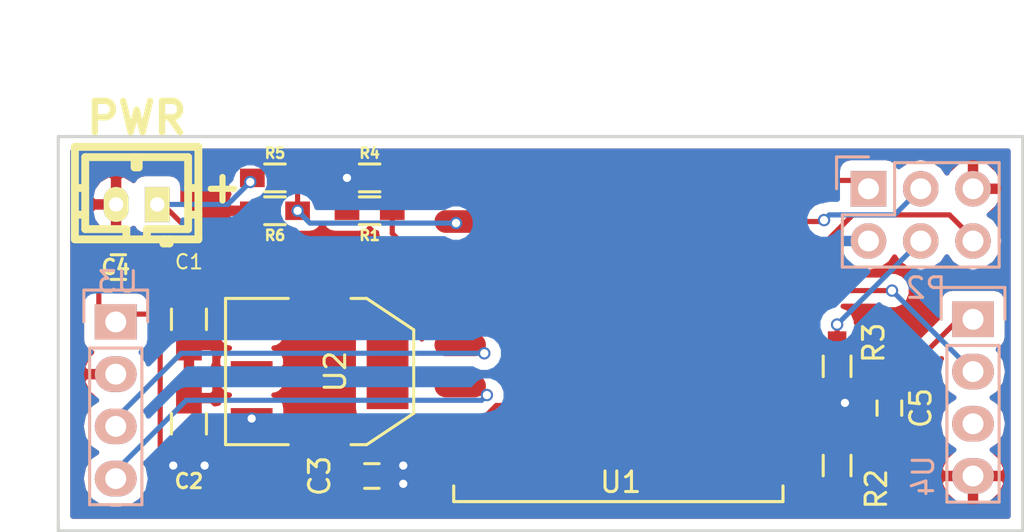
<source format=kicad_pcb>
(kicad_pcb (version 4) (host pcbnew "(2015-09-17 BZR 6202)-product")

  (general
    (links 40)
    (no_connects 0)
    (area 125.289 65.548599 175.208001 91.642001)
    (thickness 1.6)
    (drawings 8)
    (tracks 110)
    (zones 0)
    (modules 17)
    (nets 18)
  )

  (page A4)
  (layers
    (0 F.Cu mixed)
    (31 B.Cu mixed)
    (32 B.Adhes user)
    (33 F.Adhes user)
    (34 B.Paste user)
    (35 F.Paste user)
    (36 B.SilkS user)
    (37 F.SilkS user)
    (38 B.Mask user)
    (39 F.Mask user)
    (40 Dwgs.User user)
    (41 Cmts.User user)
    (42 Eco1.User user)
    (43 Eco2.User user)
    (44 Edge.Cuts user)
    (45 Margin user)
    (46 B.CrtYd user)
    (47 F.CrtYd user)
    (48 B.Fab user)
    (49 F.Fab user)
  )

  (setup
    (last_trace_width 0.25)
    (trace_clearance 0.2)
    (zone_clearance 0.508)
    (zone_45_only no)
    (trace_min 0.2)
    (segment_width 0.2)
    (edge_width 0.15)
    (via_size 0.6)
    (via_drill 0.4)
    (via_min_size 0.4)
    (via_min_drill 0.3)
    (uvia_size 0.3)
    (uvia_drill 0.1)
    (uvias_allowed no)
    (uvia_min_size 0.2)
    (uvia_min_drill 0.1)
    (pcb_text_width 0.3)
    (pcb_text_size 1.5 1.5)
    (mod_edge_width 0.15)
    (mod_text_size 1 1)
    (mod_text_width 0.15)
    (pad_size 1.524 1.524)
    (pad_drill 0.762)
    (pad_to_mask_clearance 0.2)
    (aux_axis_origin 0 0)
    (visible_elements FFFEFF7F)
    (pcbplotparams
      (layerselection 0x010f0_80000001)
      (usegerberextensions true)
      (excludeedgelayer true)
      (linewidth 0.100000)
      (plotframeref false)
      (viasonmask false)
      (mode 1)
      (useauxorigin false)
      (hpglpennumber 1)
      (hpglpenspeed 20)
      (hpglpendiameter 15)
      (hpglpenoverlay 2)
      (psnegative false)
      (psa4output false)
      (plotreference true)
      (plotvalue false)
      (plotinvisibletext false)
      (padsonsilk false)
      (subtractmaskfromsilk false)
      (outputformat 1)
      (mirror false)
      (drillshape 0)
      (scaleselection 1)
      (outputdirectory /Users/amiller/projects/sensorboard/hardware/sensorboard/gerber/))
  )

  (net 0 "")
  (net 1 +6V)
  (net 2 GND)
  (net 3 +3V3)
  (net 4 +3.3VP)
  (net 5 TXD)
  (net 6 RXD)
  (net 7 GPIO0)
  (net 8 GPIO16)
  (net 9 CH_PD)
  (net 10 GPIO15)
  (net 11 GPIO14)
  (net 12 GPIO12)
  (net 13 "Net-(U1-Pad11)")
  (net 14 "Net-(U1-Pad13)")
  (net 15 GPIO4)
  (net 16 "Net-(U4-Pad3)")
  (net 17 ADC_IN)

  (net_class Default "This is the default net class."
    (clearance 0.2)
    (trace_width 0.25)
    (via_dia 0.6)
    (via_drill 0.4)
    (uvia_dia 0.3)
    (uvia_drill 0.1)
    (add_net +3.3VP)
    (add_net +3V3)
    (add_net +6V)
    (add_net ADC_IN)
    (add_net CH_PD)
    (add_net GND)
    (add_net GPIO0)
    (add_net GPIO12)
    (add_net GPIO14)
    (add_net GPIO15)
    (add_net GPIO16)
    (add_net GPIO4)
    (add_net "Net-(U1-Pad11)")
    (add_net "Net-(U1-Pad13)")
    (add_net "Net-(U4-Pad3)")
    (add_net RXD)
    (add_net TXD)
  )

  (module Capacitors_SMD:C_0805_HandSoldering locked (layer F.Cu) (tedit 562BB808) (tstamp 55FF1E18)
    (at 134.62 81.28 270)
    (descr "Capacitor SMD 0805, hand soldering")
    (tags "capacitor 0805")
    (path /55FE3A69)
    (attr smd)
    (fp_text reference C1 (at -2.794 0 360) (layer F.SilkS)
      (effects (font (size 0.7 0.7) (thickness 0.1)))
    )
    (fp_text value 10uf (at 0 2.1 270) (layer F.Fab)
      (effects (font (size 1 1) (thickness 0.15)))
    )
    (fp_line (start -2.3 -1) (end 2.3 -1) (layer F.CrtYd) (width 0.05))
    (fp_line (start -2.3 1) (end 2.3 1) (layer F.CrtYd) (width 0.05))
    (fp_line (start -2.3 -1) (end -2.3 1) (layer F.CrtYd) (width 0.05))
    (fp_line (start 2.3 -1) (end 2.3 1) (layer F.CrtYd) (width 0.05))
    (fp_line (start 0.5 -0.85) (end -0.5 -0.85) (layer F.SilkS) (width 0.15))
    (fp_line (start -0.5 0.85) (end 0.5 0.85) (layer F.SilkS) (width 0.15))
    (pad 1 smd rect (at -1.25 0 270) (size 1.5 1.25) (layers F.Cu F.Paste F.Mask)
      (net 1 +6V))
    (pad 2 smd rect (at 1.25 0 270) (size 1.5 1.25) (layers F.Cu F.Paste F.Mask)
      (net 2 GND))
    (model Capacitors_SMD.3dshapes/C_0805_HandSoldering.wrl
      (at (xyz 0 0 0))
      (scale (xyz 1 1 1))
      (rotate (xyz 0 0 0))
    )
  )

  (module Capacitors_SMD:C_0805_HandSoldering locked (layer F.Cu) (tedit 562BB81C) (tstamp 55FF1E24)
    (at 134.62 86.36 90)
    (descr "Capacitor SMD 0805, hand soldering")
    (tags "capacitor 0805")
    (path /55FE3A0A)
    (attr smd)
    (fp_text reference C2 (at -2.794 0 180) (layer F.SilkS)
      (effects (font (size 0.7 0.7) (thickness 0.15)))
    )
    (fp_text value 10uf (at 0 2.1 90) (layer F.Fab)
      (effects (font (size 1 1) (thickness 0.15)))
    )
    (fp_line (start -2.3 -1) (end 2.3 -1) (layer F.CrtYd) (width 0.05))
    (fp_line (start -2.3 1) (end 2.3 1) (layer F.CrtYd) (width 0.05))
    (fp_line (start -2.3 -1) (end -2.3 1) (layer F.CrtYd) (width 0.05))
    (fp_line (start 2.3 -1) (end 2.3 1) (layer F.CrtYd) (width 0.05))
    (fp_line (start 0.5 -0.85) (end -0.5 -0.85) (layer F.SilkS) (width 0.15))
    (fp_line (start -0.5 0.85) (end 0.5 0.85) (layer F.SilkS) (width 0.15))
    (pad 1 smd rect (at -1.25 0 90) (size 1.5 1.25) (layers F.Cu F.Paste F.Mask)
      (net 3 +3V3))
    (pad 2 smd rect (at 1.25 0 90) (size 1.5 1.25) (layers F.Cu F.Paste F.Mask)
      (net 2 GND))
    (model Capacitors_SMD.3dshapes/C_0805_HandSoldering.wrl
      (at (xyz 0 0 0))
      (scale (xyz 1 1 1))
      (rotate (xyz 0 0 0))
    )
  )

  (module Pin_Headers:Pin_Header_Straight_2x03 (layer B.Cu) (tedit 55FF34B0) (tstamp 55FF1E70)
    (at 167.64 74.93 270)
    (descr "Through hole pin header")
    (tags "pin header")
    (path /55FF1B5B)
    (fp_text reference P2 (at 4.826 -2.794 540) (layer B.SilkS)
      (effects (font (size 1 1) (thickness 0.15)) (justify mirror))
    )
    (fp_text value PROG (at 0 3.1 270) (layer B.Fab)
      (effects (font (size 1 1) (thickness 0.15)) (justify mirror))
    )
    (fp_line (start -1.27 -1.27) (end -1.27 -6.35) (layer B.SilkS) (width 0.15))
    (fp_line (start -1.55 1.55) (end 0 1.55) (layer B.SilkS) (width 0.15))
    (fp_line (start -1.75 1.75) (end -1.75 -6.85) (layer B.CrtYd) (width 0.05))
    (fp_line (start 4.3 1.75) (end 4.3 -6.85) (layer B.CrtYd) (width 0.05))
    (fp_line (start -1.75 1.75) (end 4.3 1.75) (layer B.CrtYd) (width 0.05))
    (fp_line (start -1.75 -6.85) (end 4.3 -6.85) (layer B.CrtYd) (width 0.05))
    (fp_line (start 1.27 1.27) (end 1.27 -1.27) (layer B.SilkS) (width 0.15))
    (fp_line (start 1.27 -1.27) (end -1.27 -1.27) (layer B.SilkS) (width 0.15))
    (fp_line (start -1.27 -6.35) (end 3.81 -6.35) (layer B.SilkS) (width 0.15))
    (fp_line (start 3.81 -6.35) (end 3.81 -1.27) (layer B.SilkS) (width 0.15))
    (fp_line (start -1.55 1.55) (end -1.55 0) (layer B.SilkS) (width 0.15))
    (fp_line (start 3.81 1.27) (end 1.27 1.27) (layer B.SilkS) (width 0.15))
    (fp_line (start 3.81 -1.27) (end 3.81 1.27) (layer B.SilkS) (width 0.15))
    (pad 1 thru_hole rect (at 0 0 270) (size 1.7272 1.7272) (drill 1.016) (layers *.Cu *.Mask B.SilkS)
      (net 5 TXD))
    (pad 2 thru_hole oval (at 2.54 0 270) (size 1.7272 1.7272) (drill 1.016) (layers *.Cu *.Mask B.SilkS)
      (net 3 +3V3))
    (pad 3 thru_hole oval (at 0 -2.54 270) (size 1.7272 1.7272) (drill 1.016) (layers *.Cu *.Mask B.SilkS)
      (net 6 RXD))
    (pad 4 thru_hole oval (at 2.54 -2.54 270) (size 1.7272 1.7272) (drill 1.016) (layers *.Cu *.Mask B.SilkS)
      (net 7 GPIO0))
    (pad 5 thru_hole oval (at 0 -5.08 270) (size 1.7272 1.7272) (drill 1.016) (layers *.Cu *.Mask B.SilkS)
      (net 2 GND))
    (pad 6 thru_hole oval (at 2.54 -5.08 270) (size 1.7272 1.7272) (drill 1.016) (layers *.Cu *.Mask B.SilkS)
      (net 8 GPIO16))
    (model Pin_Headers.3dshapes/Pin_Header_Straight_2x03.wrl
      (at (xyz 0.05 -0.1 0))
      (scale (xyz 1 1 1))
      (rotate (xyz 0 0 90))
    )
  )

  (module TO_SOT_Packages_SMD:SOT-223 locked (layer F.Cu) (tedit 0) (tstamp 55FF1ED0)
    (at 140.97 83.82 270)
    (descr "module CMS SOT223 4 pins")
    (tags "CMS SOT")
    (path /55FF1E2D)
    (attr smd)
    (fp_text reference U2 (at 0 -0.762 270) (layer F.SilkS)
      (effects (font (size 1 1) (thickness 0.15)))
    )
    (fp_text value TC1262 (at 0 0.762 270) (layer F.Fab)
      (effects (font (size 1 1) (thickness 0.15)))
    )
    (fp_line (start -3.556 1.524) (end -3.556 4.572) (layer F.SilkS) (width 0.15))
    (fp_line (start -3.556 4.572) (end 3.556 4.572) (layer F.SilkS) (width 0.15))
    (fp_line (start 3.556 4.572) (end 3.556 1.524) (layer F.SilkS) (width 0.15))
    (fp_line (start -3.556 -1.524) (end -3.556 -2.286) (layer F.SilkS) (width 0.15))
    (fp_line (start -3.556 -2.286) (end -2.032 -4.572) (layer F.SilkS) (width 0.15))
    (fp_line (start -2.032 -4.572) (end 2.032 -4.572) (layer F.SilkS) (width 0.15))
    (fp_line (start 2.032 -4.572) (end 3.556 -2.286) (layer F.SilkS) (width 0.15))
    (fp_line (start 3.556 -2.286) (end 3.556 -1.524) (layer F.SilkS) (width 0.15))
    (pad 4 smd rect (at 0 -3.302 270) (size 3.6576 2.032) (layers F.Cu F.Paste F.Mask))
    (pad 2 smd rect (at 0 3.302 270) (size 1.016 2.032) (layers F.Cu F.Paste F.Mask)
      (net 2 GND))
    (pad 3 smd rect (at 2.286 3.302 270) (size 1.016 2.032) (layers F.Cu F.Paste F.Mask)
      (net 3 +3V3))
    (pad 1 smd rect (at -2.286 3.302 270) (size 1.016 2.032) (layers F.Cu F.Paste F.Mask)
      (net 1 +6V))
    (model TO_SOT_Packages_SMD.3dshapes/SOT-223.wrl
      (at (xyz 0 0 0))
      (scale (xyz 0.4 0.4 0.4))
      (rotate (xyz 0 0 0))
    )
  )

  (module Pin_Headers:Pin_Header_Straight_1x04 (layer B.Cu) (tedit 55FF2451) (tstamp 55FF1EE3)
    (at 131.064 81.407 180)
    (descr "Through hole pin header")
    (tags "pin header")
    (path /55FE4C5C)
    (fp_text reference U3 (at -0.09144 1.95326 360) (layer B.SilkS)
      (effects (font (size 1 1) (thickness 0.15)) (justify mirror))
    )
    (fp_text value BMP180_board (at 0 3.1 180) (layer B.Fab)
      (effects (font (size 1 1) (thickness 0.15)) (justify mirror))
    )
    (fp_line (start -1.75 1.75) (end -1.75 -9.4) (layer B.CrtYd) (width 0.05))
    (fp_line (start 1.75 1.75) (end 1.75 -9.4) (layer B.CrtYd) (width 0.05))
    (fp_line (start -1.75 1.75) (end 1.75 1.75) (layer B.CrtYd) (width 0.05))
    (fp_line (start -1.75 -9.4) (end 1.75 -9.4) (layer B.CrtYd) (width 0.05))
    (fp_line (start -1.27 -1.27) (end -1.27 -8.89) (layer B.SilkS) (width 0.15))
    (fp_line (start 1.27 -1.27) (end 1.27 -8.89) (layer B.SilkS) (width 0.15))
    (fp_line (start 1.55 1.55) (end 1.55 0) (layer B.SilkS) (width 0.15))
    (fp_line (start -1.27 -8.89) (end 1.27 -8.89) (layer B.SilkS) (width 0.15))
    (fp_line (start 1.27 -1.27) (end -1.27 -1.27) (layer B.SilkS) (width 0.15))
    (fp_line (start -1.55 0) (end -1.55 1.55) (layer B.SilkS) (width 0.15))
    (fp_line (start -1.55 1.55) (end 1.55 1.55) (layer B.SilkS) (width 0.15))
    (pad 1 thru_hole rect (at 0 0 180) (size 2.032 1.7272) (drill 1.016) (layers *.Cu *.Mask B.SilkS)
      (net 4 +3.3VP))
    (pad 2 thru_hole oval (at 0 -2.54 180) (size 2.032 1.7272) (drill 1.016) (layers *.Cu *.Mask B.SilkS)
      (net 2 GND))
    (pad 3 thru_hole oval (at 0 -5.08 180) (size 2.032 1.7272) (drill 1.016) (layers *.Cu *.Mask B.SilkS)
      (net 11 GPIO14))
    (pad 4 thru_hole oval (at 0 -7.62 180) (size 2.032 1.7272) (drill 1.016) (layers *.Cu *.Mask B.SilkS)
      (net 12 GPIO12))
    (model Pin_Headers.3dshapes/Pin_Header_Straight_1x04.wrl
      (at (xyz 0 -0.15 0))
      (scale (xyz 1 1 1))
      (rotate (xyz 0 0 90))
    )
  )

  (module Pin_Headers:Pin_Header_Straight_1x04 (layer B.Cu) (tedit 561B3C06) (tstamp 55FF1EF6)
    (at 172.72 81.28 180)
    (descr "Through hole pin header")
    (tags "pin header")
    (path /55FE53E5)
    (fp_text reference U4 (at 2.413 -7.62 450) (layer B.SilkS)
      (effects (font (size 1 1) (thickness 0.15)) (justify mirror))
    )
    (fp_text value DHT22 (at 2.54 -1.905 450) (layer B.Fab)
      (effects (font (size 1 1) (thickness 0.15)) (justify mirror))
    )
    (fp_line (start -1.75 1.75) (end -1.75 -9.4) (layer B.CrtYd) (width 0.05))
    (fp_line (start 1.75 1.75) (end 1.75 -9.4) (layer B.CrtYd) (width 0.05))
    (fp_line (start -1.75 1.75) (end 1.75 1.75) (layer B.CrtYd) (width 0.05))
    (fp_line (start -1.75 -9.4) (end 1.75 -9.4) (layer B.CrtYd) (width 0.05))
    (fp_line (start -1.27 -1.27) (end -1.27 -8.89) (layer B.SilkS) (width 0.15))
    (fp_line (start 1.27 -1.27) (end 1.27 -8.89) (layer B.SilkS) (width 0.15))
    (fp_line (start 1.55 1.55) (end 1.55 0) (layer B.SilkS) (width 0.15))
    (fp_line (start -1.27 -8.89) (end 1.27 -8.89) (layer B.SilkS) (width 0.15))
    (fp_line (start 1.27 -1.27) (end -1.27 -1.27) (layer B.SilkS) (width 0.15))
    (fp_line (start -1.55 0) (end -1.55 1.55) (layer B.SilkS) (width 0.15))
    (fp_line (start -1.55 1.55) (end 1.55 1.55) (layer B.SilkS) (width 0.15))
    (pad 1 thru_hole rect (at 0 0 180) (size 2.032 1.7272) (drill 1.016) (layers *.Cu *.Mask B.SilkS)
      (net 4 +3.3VP))
    (pad 2 thru_hole oval (at 0 -2.54 180) (size 2.032 1.7272) (drill 1.016) (layers *.Cu *.Mask B.SilkS)
      (net 15 GPIO4))
    (pad 3 thru_hole oval (at 0 -5.08 180) (size 2.032 1.7272) (drill 1.016) (layers *.Cu *.Mask B.SilkS)
      (net 16 "Net-(U4-Pad3)"))
    (pad 4 thru_hole oval (at 0 -7.62 180) (size 2.032 1.7272) (drill 1.016) (layers *.Cu *.Mask B.SilkS)
      (net 2 GND))
    (model Pin_Headers.3dshapes/Pin_Header_Straight_1x04.wrl
      (at (xyz 0 -0.15 0))
      (scale (xyz 1 1 1))
      (rotate (xyz 0 0 90))
    )
  )

  (module ESP8266:ESP-12 locked (layer F.Cu) (tedit 55FF3034) (tstamp 55FF1EC8)
    (at 148.5011 74.5236)
    (descr "Module, ESP-8266, ESP-12, 16 pad, SMD")
    (tags "Module ESP-8266 ESP8266")
    (path /55FE33C2)
    (fp_text reference U1 (at 7.0989 14.6764) (layer F.SilkS)
      (effects (font (size 1 1) (thickness 0.15)))
    )
    (fp_text value ESP-07v2 (at 6.992 1) (layer F.Fab)
      (effects (font (size 1 1) (thickness 0.15)))
    )
    (fp_line (start -2.25 -0.5) (end -2.25 -8.75) (layer F.CrtYd) (width 0.05))
    (fp_line (start -2.25 -8.75) (end 15.25 -8.75) (layer F.CrtYd) (width 0.05))
    (fp_line (start 15.25 -8.75) (end 16.25 -8.75) (layer F.CrtYd) (width 0.05))
    (fp_line (start 16.25 -8.75) (end 16.25 16) (layer F.CrtYd) (width 0.05))
    (fp_line (start 16.25 16) (end -2.25 16) (layer F.CrtYd) (width 0.05))
    (fp_line (start -2.25 16) (end -2.25 -0.5) (layer F.CrtYd) (width 0.05))
    (fp_line (start -1.016 -8.382) (end 14.986 -8.382) (layer F.CrtYd) (width 0.1524))
    (fp_line (start 14.986 -8.382) (end 14.986 -0.889) (layer F.CrtYd) (width 0.1524))
    (fp_line (start -1.016 -8.382) (end -1.016 -1.016) (layer F.CrtYd) (width 0.1524))
    (fp_line (start -1.016 14.859) (end -1.016 15.621) (layer F.SilkS) (width 0.1524))
    (fp_line (start -1.016 15.621) (end 14.986 15.621) (layer F.SilkS) (width 0.1524))
    (fp_line (start 14.986 15.621) (end 14.986 14.859) (layer F.SilkS) (width 0.1524))
    (fp_line (start 14.992 -8.4) (end -1.008 -2.6) (layer F.CrtYd) (width 0.1524))
    (fp_line (start -1.008 -8.4) (end 14.992 -2.6) (layer F.CrtYd) (width 0.1524))
    (fp_text user "No Copper" (at 6.892 -5.4) (layer F.CrtYd)
      (effects (font (size 1 1) (thickness 0.15)))
    )
    (fp_line (start -1.008 -2.6) (end 14.992 -2.6) (layer F.CrtYd) (width 0.1524))
    (fp_line (start 15 -8.4) (end 15 15.6) (layer F.Fab) (width 0.05))
    (fp_line (start 14.992 15.6) (end -1.008 15.6) (layer F.Fab) (width 0.05))
    (fp_line (start -1.008 15.6) (end -1.008 -8.4) (layer F.Fab) (width 0.05))
    (fp_line (start -1.008 -8.4) (end 14.992 -8.4) (layer F.Fab) (width 0.05))
    (pad 1 smd rect (at 0 0) (size 2.5 1.1) (drill (offset -0.7 0)) (layers F.Cu F.Paste F.Mask)
      (net 8 GPIO16))
    (pad 2 smd oval (at 0 2) (size 2.5 1.1) (drill (offset -0.7 0)) (layers F.Cu F.Paste F.Mask)
      (net 17 ADC_IN))
    (pad 3 smd oval (at 0 4) (size 2.5 1.1) (drill (offset -0.7 0)) (layers F.Cu F.Paste F.Mask)
      (net 9 CH_PD))
    (pad 4 smd oval (at 0 6) (size 2.5 1.1) (drill (offset -0.7 0)) (layers F.Cu F.Paste F.Mask)
      (net 8 GPIO16))
    (pad 5 smd oval (at 0 8) (size 2.5 1.1) (drill (offset -0.7 0)) (layers F.Cu F.Paste F.Mask)
      (net 11 GPIO14))
    (pad 6 smd oval (at 0 10) (size 2.5 1.1) (drill (offset -0.7 0)) (layers F.Cu F.Paste F.Mask)
      (net 12 GPIO12))
    (pad 7 smd oval (at 0 12) (size 2.5 1.1) (drill (offset -0.7 0)) (layers F.Cu F.Paste F.Mask)
      (net 4 +3.3VP))
    (pad 8 smd oval (at 0 14) (size 2.5 1.1) (drill (offset -0.7 0)) (layers F.Cu F.Paste F.Mask)
      (net 3 +3V3))
    (pad 9 smd oval (at 14 14) (size 2.5 1.1) (drill (offset 0.7 0)) (layers F.Cu F.Paste F.Mask)
      (net 2 GND))
    (pad 10 smd oval (at 14 12) (size 2.5 1.1) (drill (offset 0.6 0)) (layers F.Cu F.Paste F.Mask)
      (net 10 GPIO15))
    (pad 11 smd oval (at 14 10) (size 2.5 1.1) (drill (offset 0.7 0)) (layers F.Cu F.Paste F.Mask)
      (net 13 "Net-(U1-Pad11)"))
    (pad 12 smd oval (at 14 8) (size 2.5 1.1) (drill (offset 0.7 0)) (layers F.Cu F.Paste F.Mask)
      (net 7 GPIO0))
    (pad 13 smd oval (at 14 6) (size 2.5 1.1) (drill (offset 0.7 0)) (layers F.Cu F.Paste F.Mask)
      (net 14 "Net-(U1-Pad13)"))
    (pad 14 smd oval (at 14 4) (size 2.5 1.1) (drill (offset 0.7 0)) (layers F.Cu F.Paste F.Mask)
      (net 15 GPIO4))
    (pad 15 smd oval (at 14 2) (size 2.5 1.1) (drill (offset 0.7 0)) (layers F.Cu F.Paste F.Mask)
      (net 6 RXD))
    (pad 16 smd oval (at 14 0) (size 2.5 1.1) (drill (offset 0.7 0)) (layers F.Cu F.Paste F.Mask)
      (net 5 TXD))
    (model ${ESPLIB}/ESP8266.3dshapes/ESP-12.wrl
      (at (xyz 0 0 0))
      (scale (xyz 0.3937 0.3937 0.3937))
      (rotate (xyz 0 0 0))
    )
  )

  (module Resistors_SMD:R_0603_HandSoldering (layer F.Cu) (tedit 562D4385) (tstamp 55FF1EA0)
    (at 143.4 74.4)
    (descr "Resistor SMD 0603, hand soldering")
    (tags "resistor 0603")
    (path /55FF23C6)
    (attr smd)
    (fp_text reference R4 (at 0 -1.2) (layer F.SilkS)
      (effects (font (size 0.5 0.5) (thickness 0.125)))
    )
    (fp_text value 10k (at 0 1.9) (layer F.Fab)
      (effects (font (size 1 1) (thickness 0.15)))
    )
    (fp_line (start -2 -0.8) (end 2 -0.8) (layer F.CrtYd) (width 0.05))
    (fp_line (start -2 0.8) (end 2 0.8) (layer F.CrtYd) (width 0.05))
    (fp_line (start -2 -0.8) (end -2 0.8) (layer F.CrtYd) (width 0.05))
    (fp_line (start 2 -0.8) (end 2 0.8) (layer F.CrtYd) (width 0.05))
    (fp_line (start 0.5 0.675) (end -0.5 0.675) (layer F.SilkS) (width 0.15))
    (fp_line (start -0.5 -0.675) (end 0.5 -0.675) (layer F.SilkS) (width 0.15))
    (pad 1 smd rect (at -1.1 0) (size 1.2 0.9) (layers F.Cu F.Paste F.Mask)
      (net 3 +3V3))
    (pad 2 smd rect (at 1.1 0) (size 1.2 0.9) (layers F.Cu F.Paste F.Mask)
      (net 8 GPIO16))
    (model Resistors_SMD.3dshapes/R_0603_HandSoldering.wrl
      (at (xyz 0 0 0))
      (scale (xyz 1 1 1))
      (rotate (xyz 0 0 0))
    )
  )

  (module Resistors_SMD:R_0603_HandSoldering (layer F.Cu) (tedit 561B3C36) (tstamp 55FF1E94)
    (at 166.116 83.566 90)
    (descr "Resistor SMD 0603, hand soldering")
    (tags "resistor 0603")
    (path /55FF22B8)
    (attr smd)
    (fp_text reference R3 (at 1.143 1.778 270) (layer F.SilkS)
      (effects (font (size 1 1) (thickness 0.15)))
    )
    (fp_text value 10k (at 0 1.9 90) (layer F.Fab)
      (effects (font (size 1 1) (thickness 0.15)))
    )
    (fp_line (start -2 -0.8) (end 2 -0.8) (layer F.CrtYd) (width 0.05))
    (fp_line (start -2 0.8) (end 2 0.8) (layer F.CrtYd) (width 0.05))
    (fp_line (start -2 -0.8) (end -2 0.8) (layer F.CrtYd) (width 0.05))
    (fp_line (start 2 -0.8) (end 2 0.8) (layer F.CrtYd) (width 0.05))
    (fp_line (start 0.5 0.675) (end -0.5 0.675) (layer F.SilkS) (width 0.15))
    (fp_line (start -0.5 -0.675) (end 0.5 -0.675) (layer F.SilkS) (width 0.15))
    (pad 1 smd rect (at -1.1 0 90) (size 1.2 0.9) (layers F.Cu F.Paste F.Mask)
      (net 3 +3V3))
    (pad 2 smd rect (at 1.1 0 90) (size 1.2 0.9) (layers F.Cu F.Paste F.Mask)
      (net 7 GPIO0))
    (model Resistors_SMD.3dshapes/R_0603_HandSoldering.wrl
      (at (xyz 0 0 0))
      (scale (xyz 1 1 1))
      (rotate (xyz 0 0 0))
    )
  )

  (module Resistors_SMD:R_0603_HandSoldering (layer F.Cu) (tedit 561B3C3B) (tstamp 55FF1E88)
    (at 166.116 88.392 270)
    (descr "Resistor SMD 0603, hand soldering")
    (tags "resistor 0603")
    (path /55FE59B4)
    (attr smd)
    (fp_text reference R2 (at 1.143 -1.905 450) (layer F.SilkS)
      (effects (font (size 1 1) (thickness 0.15)))
    )
    (fp_text value 10k (at 0 1.9 270) (layer F.Fab)
      (effects (font (size 1 1) (thickness 0.15)))
    )
    (fp_line (start -2 -0.8) (end 2 -0.8) (layer F.CrtYd) (width 0.05))
    (fp_line (start -2 0.8) (end 2 0.8) (layer F.CrtYd) (width 0.05))
    (fp_line (start -2 -0.8) (end -2 0.8) (layer F.CrtYd) (width 0.05))
    (fp_line (start 2 -0.8) (end 2 0.8) (layer F.CrtYd) (width 0.05))
    (fp_line (start 0.5 0.675) (end -0.5 0.675) (layer F.SilkS) (width 0.15))
    (fp_line (start -0.5 -0.675) (end 0.5 -0.675) (layer F.SilkS) (width 0.15))
    (pad 1 smd rect (at -1.1 0 270) (size 1.2 0.9) (layers F.Cu F.Paste F.Mask)
      (net 10 GPIO15))
    (pad 2 smd rect (at 1.1 0 270) (size 1.2 0.9) (layers F.Cu F.Paste F.Mask)
      (net 2 GND))
    (model Resistors_SMD.3dshapes/R_0603_HandSoldering.wrl
      (at (xyz 0 0 0))
      (scale (xyz 1 1 1))
      (rotate (xyz 0 0 0))
    )
  )

  (module Resistors_SMD:R_0603_HandSoldering (layer F.Cu) (tedit 562D4371) (tstamp 55FF1E7C)
    (at 143.4 76)
    (descr "Resistor SMD 0603, hand soldering")
    (tags "resistor 0603")
    (path /55FE5653)
    (attr smd)
    (fp_text reference R1 (at 0 1.2) (layer F.SilkS)
      (effects (font (size 0.5 0.5) (thickness 0.125)))
    )
    (fp_text value 10k (at 0 1.9) (layer F.Fab)
      (effects (font (size 1 1) (thickness 0.15)))
    )
    (fp_line (start -2 -0.8) (end 2 -0.8) (layer F.CrtYd) (width 0.05))
    (fp_line (start -2 0.8) (end 2 0.8) (layer F.CrtYd) (width 0.05))
    (fp_line (start -2 -0.8) (end -2 0.8) (layer F.CrtYd) (width 0.05))
    (fp_line (start 2 -0.8) (end 2 0.8) (layer F.CrtYd) (width 0.05))
    (fp_line (start 0.5 0.675) (end -0.5 0.675) (layer F.SilkS) (width 0.15))
    (fp_line (start -0.5 -0.675) (end 0.5 -0.675) (layer F.SilkS) (width 0.15))
    (pad 1 smd rect (at -1.1 0) (size 1.2 0.9) (layers F.Cu F.Paste F.Mask)
      (net 3 +3V3))
    (pad 2 smd rect (at 1.1 0) (size 1.2 0.9) (layers F.Cu F.Paste F.Mask)
      (net 9 CH_PD))
    (model Resistors_SMD.3dshapes/R_0603_HandSoldering.wrl
      (at (xyz 0 0 0))
      (scale (xyz 1 1 1))
      (rotate (xyz 0 0 0))
    )
  )

  (module Capacitors_SMD:C_0603_HandSoldering (layer F.Cu) (tedit 561B3C29) (tstamp 55FF1E48)
    (at 168.656 85.598 90)
    (descr "Capacitor SMD 0603, hand soldering")
    (tags "capacitor 0603")
    (path /55FE54B3)
    (attr smd)
    (fp_text reference C5 (at 0 1.524 90) (layer F.SilkS)
      (effects (font (size 1 1) (thickness 0.15)))
    )
    (fp_text value 100nf (at 0 1.9 90) (layer F.Fab)
      (effects (font (size 1 1) (thickness 0.15)))
    )
    (fp_line (start -1.85 -0.75) (end 1.85 -0.75) (layer F.CrtYd) (width 0.05))
    (fp_line (start -1.85 0.75) (end 1.85 0.75) (layer F.CrtYd) (width 0.05))
    (fp_line (start -1.85 -0.75) (end -1.85 0.75) (layer F.CrtYd) (width 0.05))
    (fp_line (start 1.85 -0.75) (end 1.85 0.75) (layer F.CrtYd) (width 0.05))
    (fp_line (start -0.35 -0.6) (end 0.35 -0.6) (layer F.SilkS) (width 0.15))
    (fp_line (start 0.35 0.6) (end -0.35 0.6) (layer F.SilkS) (width 0.15))
    (pad 1 smd rect (at -0.95 0 90) (size 1.2 0.75) (layers F.Cu F.Paste F.Mask)
      (net 2 GND))
    (pad 2 smd rect (at 0.95 0 90) (size 1.2 0.75) (layers F.Cu F.Paste F.Mask)
      (net 4 +3.3VP))
    (model Capacitors_SMD.3dshapes/C_0603_HandSoldering.wrl
      (at (xyz 0 0 0))
      (scale (xyz 1 1 1))
      (rotate (xyz 0 0 0))
    )
  )

  (module Capacitors_SMD:C_0603_HandSoldering (layer F.Cu) (tedit 561B3CE7) (tstamp 55FF1E30)
    (at 143.51 88.9 180)
    (descr "Capacitor SMD 0603, hand soldering")
    (tags "capacitor 0603")
    (path /55FE3B7D)
    (attr smd)
    (fp_text reference C3 (at 2.54 0 270) (layer F.SilkS)
      (effects (font (size 1 1) (thickness 0.15)))
    )
    (fp_text value 100nf (at 0 1.9 180) (layer F.Fab)
      (effects (font (size 1 1) (thickness 0.15)))
    )
    (fp_line (start -1.85 -0.75) (end 1.85 -0.75) (layer F.CrtYd) (width 0.05))
    (fp_line (start -1.85 0.75) (end 1.85 0.75) (layer F.CrtYd) (width 0.05))
    (fp_line (start -1.85 -0.75) (end -1.85 0.75) (layer F.CrtYd) (width 0.05))
    (fp_line (start 1.85 -0.75) (end 1.85 0.75) (layer F.CrtYd) (width 0.05))
    (fp_line (start -0.35 -0.6) (end 0.35 -0.6) (layer F.SilkS) (width 0.15))
    (fp_line (start 0.35 0.6) (end -0.35 0.6) (layer F.SilkS) (width 0.15))
    (pad 1 smd rect (at -0.95 0 180) (size 1.2 0.75) (layers F.Cu F.Paste F.Mask)
      (net 3 +3V3))
    (pad 2 smd rect (at 0.95 0 180) (size 1.2 0.75) (layers F.Cu F.Paste F.Mask)
      (net 2 GND))
    (model Capacitors_SMD.3dshapes/C_0603_HandSoldering.wrl
      (at (xyz 0 0 0))
      (scale (xyz 1 1 1))
      (rotate (xyz 0 0 0))
    )
  )

  (module Capacitors_SMD:C_0603_HandSoldering (layer F.Cu) (tedit 562BB893) (tstamp 55FF1E3C)
    (at 131.191 78.74 180)
    (descr "Capacitor SMD 0603, hand soldering")
    (tags "capacitor 0603")
    (path /55FE50AD)
    (attr smd)
    (fp_text reference C4 (at 0.127 0 180) (layer F.SilkS)
      (effects (font (size 0.7 0.7) (thickness 0.15)))
    )
    (fp_text value 100nf (at 0 1.9 180) (layer F.Fab)
      (effects (font (size 1 1) (thickness 0.15)))
    )
    (fp_line (start -1.85 -0.75) (end 1.85 -0.75) (layer F.CrtYd) (width 0.05))
    (fp_line (start -1.85 0.75) (end 1.85 0.75) (layer F.CrtYd) (width 0.05))
    (fp_line (start -1.85 -0.75) (end -1.85 0.75) (layer F.CrtYd) (width 0.05))
    (fp_line (start 1.85 -0.75) (end 1.85 0.75) (layer F.CrtYd) (width 0.05))
    (fp_line (start -0.35 -0.6) (end 0.35 -0.6) (layer F.SilkS) (width 0.15))
    (fp_line (start 0.35 0.6) (end -0.35 0.6) (layer F.SilkS) (width 0.15))
    (pad 1 smd rect (at -0.95 0 180) (size 1.2 0.75) (layers F.Cu F.Paste F.Mask)
      (net 2 GND))
    (pad 2 smd rect (at 0.95 0 180) (size 1.2 0.75) (layers F.Cu F.Paste F.Mask)
      (net 4 +3.3VP))
    (model Capacitors_SMD.3dshapes/C_0603_HandSoldering.wrl
      (at (xyz 0 0 0))
      (scale (xyz 1 1 1))
      (rotate (xyz 0 0 0))
    )
  )

  (module w_conn_jst-ph:b2b-ph-kl (layer F.Cu) (tedit 562BB91D) (tstamp 55FF1E59)
    (at 132.08 75.692 180)
    (descr "JST PH series connector, B2B-PH-KL")
    (path /55FE3681)
    (fp_text reference P1 (at 0 -2.99974 180) (layer F.SilkS) hide
      (effects (font (thickness 0.3048)))
    )
    (fp_text value PWR (at 0 4.20116 180) (layer F.SilkS)
      (effects (font (thickness 0.3048)))
    )
    (fp_line (start -0.09906 2.30124) (end -0.09906 1.80086) (layer F.SilkS) (width 0.381))
    (fp_line (start -0.09906 1.80086) (end 0.09906 1.80086) (layer F.SilkS) (width 0.381))
    (fp_line (start 0.09906 1.80086) (end 0.09906 2.30124) (layer F.SilkS) (width 0.381))
    (fp_line (start 2.99974 -0.50038) (end 2.49936 -0.50038) (layer F.SilkS) (width 0.381))
    (fp_line (start 2.49936 0.8001) (end 2.99974 0.8001) (layer F.SilkS) (width 0.381))
    (fp_line (start -2.49936 0.8001) (end -2.99974 0.8001) (layer F.SilkS) (width 0.381))
    (fp_line (start -2.49936 -0.50038) (end -2.99974 -0.50038) (layer F.SilkS) (width 0.381))
    (fp_line (start -0.50038 -1.69926) (end -0.50038 -1.19888) (layer F.SilkS) (width 0.381))
    (fp_line (start -0.50038 -1.19888) (end -2.49936 -1.19888) (layer F.SilkS) (width 0.381))
    (fp_line (start -2.49936 -1.19888) (end -2.49936 2.30124) (layer F.SilkS) (width 0.381))
    (fp_line (start -2.49936 2.30124) (end 2.49936 2.30124) (layer F.SilkS) (width 0.381))
    (fp_line (start 2.49936 2.30124) (end 2.49936 -1.19888) (layer F.SilkS) (width 0.381))
    (fp_line (start 2.49936 -1.19888) (end 0.50038 -1.19888) (layer F.SilkS) (width 0.381))
    (fp_line (start 0.50038 -1.19888) (end 0.50038 -1.69926) (layer F.SilkS) (width 0.381))
    (fp_line (start -2.99974 -1.69926) (end -2.99974 2.79908) (layer F.SilkS) (width 0.381))
    (fp_line (start 2.99974 -1.69926) (end 2.99974 2.79908) (layer F.SilkS) (width 0.381))
    (fp_line (start -1.30048 -1.69926) (end -1.30048 -1.89992) (layer F.SilkS) (width 0.381))
    (fp_line (start -1.30048 -1.89992) (end -1.6002 -1.89992) (layer F.SilkS) (width 0.381))
    (fp_line (start -1.6002 -1.89992) (end -1.6002 -1.69926) (layer F.SilkS) (width 0.381))
    (fp_line (start 2.99974 -1.69926) (end -2.99974 -1.69926) (layer F.SilkS) (width 0.381))
    (fp_line (start -2.99974 2.79908) (end 2.99974 2.79908) (layer F.SilkS) (width 0.381))
    (pad 1 thru_hole rect (at -1.00076 0 180) (size 1.19888 1.69926) (drill 0.70104) (layers *.Cu *.Mask F.SilkS)
      (net 1 +6V))
    (pad 2 thru_hole oval (at 1.00076 0 180) (size 1.19888 1.69926) (drill 0.70104) (layers *.Cu *.Mask F.SilkS)
      (net 2 GND))
    (model walter/conn_jst-ph/b2b-ph-kl.wrl
      (at (xyz 0 0 0))
      (scale (xyz 1 1 1))
      (rotate (xyz 0 0 0))
    )
  )

  (module Resistors_SMD:R_0603_HandSoldering (layer F.Cu) (tedit 562D4349) (tstamp 5637F355)
    (at 138.8 74.4)
    (descr "Resistor SMD 0603, hand soldering")
    (tags "resistor 0603")
    (path /562D41A2)
    (attr smd)
    (fp_text reference R5 (at 0 -1.2) (layer F.SilkS)
      (effects (font (size 0.5 0.5) (thickness 0.125)))
    )
    (fp_text value 470K (at 0 1.9) (layer F.Fab)
      (effects (font (size 1 1) (thickness 0.15)))
    )
    (fp_line (start -2 -0.8) (end 2 -0.8) (layer F.CrtYd) (width 0.05))
    (fp_line (start -2 0.8) (end 2 0.8) (layer F.CrtYd) (width 0.05))
    (fp_line (start -2 -0.8) (end -2 0.8) (layer F.CrtYd) (width 0.05))
    (fp_line (start 2 -0.8) (end 2 0.8) (layer F.CrtYd) (width 0.05))
    (fp_line (start 0.5 0.675) (end -0.5 0.675) (layer F.SilkS) (width 0.15))
    (fp_line (start -0.5 -0.675) (end 0.5 -0.675) (layer F.SilkS) (width 0.15))
    (pad 1 smd rect (at -1.1 0) (size 1.2 0.9) (layers F.Cu F.Paste F.Mask)
      (net 1 +6V))
    (pad 2 smd rect (at 1.1 0) (size 1.2 0.9) (layers F.Cu F.Paste F.Mask)
      (net 17 ADC_IN))
    (model Resistors_SMD.3dshapes/R_0603_HandSoldering.wrl
      (at (xyz 0 0 0))
      (scale (xyz 1 1 1))
      (rotate (xyz 0 0 0))
    )
  )

  (module Resistors_SMD:R_0603_HandSoldering (layer F.Cu) (tedit 562D434C) (tstamp 5637F35B)
    (at 138.8 76 180)
    (descr "Resistor SMD 0603, hand soldering")
    (tags "resistor 0603")
    (path /562D41F0)
    (attr smd)
    (fp_text reference R6 (at 0 -1.2 180) (layer F.SilkS)
      (effects (font (size 0.5 0.5) (thickness 0.125)))
    )
    (fp_text value 47K (at 0 1.9 180) (layer F.Fab)
      (effects (font (size 1 1) (thickness 0.15)))
    )
    (fp_line (start -2 -0.8) (end 2 -0.8) (layer F.CrtYd) (width 0.05))
    (fp_line (start -2 0.8) (end 2 0.8) (layer F.CrtYd) (width 0.05))
    (fp_line (start -2 -0.8) (end -2 0.8) (layer F.CrtYd) (width 0.05))
    (fp_line (start 2 -0.8) (end 2 0.8) (layer F.CrtYd) (width 0.05))
    (fp_line (start 0.5 0.675) (end -0.5 0.675) (layer F.SilkS) (width 0.15))
    (fp_line (start -0.5 -0.675) (end 0.5 -0.675) (layer F.SilkS) (width 0.15))
    (pad 1 smd rect (at -1.1 0 180) (size 1.2 0.9) (layers F.Cu F.Paste F.Mask)
      (net 17 ADC_IN))
    (pad 2 smd rect (at 1.1 0 180) (size 1.2 0.9) (layers F.Cu F.Paste F.Mask)
      (net 2 GND))
    (model Resistors_SMD.3dshapes/R_0603_HandSoldering.wrl
      (at (xyz 0 0 0))
      (scale (xyz 1 1 1))
      (rotate (xyz 0 0 0))
    )
  )

  (gr_line (start 175.133 72.39) (end 175.133 72.517) (angle 90) (layer Edge.Cuts) (width 0.15))
  (gr_line (start 128.27 72.39) (end 175.133 72.39) (angle 90) (layer Edge.Cuts) (width 0.15))
  (gr_line (start 128.27 91.567) (end 128.27 91.313) (angle 90) (layer Edge.Cuts) (width 0.15))
  (gr_line (start 175.133 91.567) (end 175.133 91.44) (angle 90) (layer Edge.Cuts) (width 0.15))
  (gr_line (start 128.27 91.567) (end 175.133 91.567) (angle 90) (layer Edge.Cuts) (width 0.15))
  (gr_line (start 175.133 72.517) (end 175.133 91.44) (angle 90) (layer Edge.Cuts) (width 0.15))
  (gr_text + (at 136.144 74.93 90) (layer F.SilkS)
    (effects (font (size 1.5 1.5) (thickness 0.3)))
  )
  (gr_line (start 128.27 72.39) (end 128.27 91.44) (angle 90) (layer Edge.Cuts) (width 0.15))

  (segment (start 133.08076 75.692) (end 136.508 75.692) (width 0.25) (layer B.Cu) (net 1))
  (segment (start 137.6 74.6) (end 137.7 74.4) (width 0.25) (layer F.Cu) (net 1) (tstamp 5637F3D9))
  (via (at 137.6 74.6) (size 0.6) (drill 0.4) (layers F.Cu B.Cu) (net 1))
  (segment (start 136.508 75.692) (end 137.6 74.6) (width 0.25) (layer B.Cu) (net 1) (tstamp 5637F3D4))
  (segment (start 133.08076 75.692) (end 133.08076 75.51924) (width 0.25) (layer F.Cu) (net 1))
  (segment (start 133.08076 75.692) (end 133.35 75.692) (width 0.25) (layer F.Cu) (net 1))
  (segment (start 133.35 75.692) (end 134.62 76.962) (width 0.25) (layer F.Cu) (net 1) (tstamp 562CEBA1))
  (segment (start 134.62 76.962) (end 134.62 80.03) (width 0.25) (layer F.Cu) (net 1) (tstamp 562CEBA2))
  (segment (start 134.62 80.03) (end 136.164 80.03) (width 0.25) (layer F.Cu) (net 1))
  (segment (start 136.164 80.03) (end 137.668 81.534) (width 0.25) (layer F.Cu) (net 1) (tstamp 561B3905))
  (segment (start 142.3 74.4) (end 142.3 76) (width 0.25) (layer F.Cu) (net 3) (status C00000))
  (via (at 142.3 74.4) (size 0.6) (drill 0.4) (layers F.Cu B.Cu) (net 3) (status C00000))
  (segment (start 142.41 74.422) (end 142.24 74.422) (width 0.25) (layer F.Cu) (net 3))
  (segment (start 144.46 88.9) (end 144.653 88.9) (width 0.25) (layer F.Cu) (net 3))
  (segment (start 144.653 88.9) (end 145.034 89.281) (width 0.25) (layer F.Cu) (net 3) (tstamp 561B3C9C))
  (via (at 145.034 89.281) (size 0.6) (drill 0.4) (layers F.Cu B.Cu) (net 3))
  (segment (start 144.46 88.9) (end 144.526 88.9) (width 0.25) (layer F.Cu) (net 3))
  (segment (start 144.526 88.9) (end 145.034 88.392) (width 0.25) (layer F.Cu) (net 3) (tstamp 561B3C93))
  (via (at 145.034 88.392) (size 0.6) (drill 0.4) (layers F.Cu B.Cu) (net 3))
  (segment (start 166.116 84.666) (end 166.116 84.963) (width 0.25) (layer F.Cu) (net 3))
  (segment (start 166.116 84.963) (end 166.497 85.344) (width 0.25) (layer F.Cu) (net 3) (tstamp 561B3A03))
  (via (at 166.497 85.344) (size 0.6) (drill 0.4) (layers F.Cu B.Cu) (net 3))
  (segment (start 144.46 88.9) (end 148.1247 88.9) (width 0.25) (layer F.Cu) (net 3))
  (segment (start 148.1247 88.9) (end 148.5011 88.5236) (width 0.25) (layer F.Cu) (net 3) (tstamp 561B384E))
  (segment (start 134.62 87.61) (end 134.62 87.63) (width 0.25) (layer F.Cu) (net 3))
  (segment (start 134.62 87.63) (end 133.858 88.392) (width 0.25) (layer F.Cu) (net 3) (tstamp 561B3840))
  (via (at 133.858 88.392) (size 0.6) (drill 0.4) (layers F.Cu B.Cu) (net 3))
  (segment (start 134.62 87.63) (end 135.382 88.392) (width 0.25) (layer F.Cu) (net 3) (tstamp 561B3835))
  (via (at 135.382 88.392) (size 0.6) (drill 0.4) (layers F.Cu B.Cu) (net 3))
  (segment (start 137.668 86.106) (end 136.124 86.106) (width 0.25) (layer F.Cu) (net 3))
  (segment (start 136.124 86.106) (end 134.62 87.61) (width 0.25) (layer F.Cu) (net 3) (tstamp 561B3816))
  (segment (start 137.668 86.106) (end 137.414 86.106) (width 0.25) (layer F.Cu) (net 3))
  (segment (start 137.668 86.106) (end 137.16 86.106) (width 0.25) (layer F.Cu) (net 3))
  (via (at 137.668 86.106) (size 0.6) (drill 0.4) (layers F.Cu B.Cu) (net 3))
  (segment (start 137.668 86.106) (end 138.43 86.106) (width 0.25) (layer F.Cu) (net 3))
  (segment (start 137.668 86.106) (end 138.176 86.106) (width 0.25) (layer F.Cu) (net 3))
  (segment (start 130.241 78.74) (end 130.241 80.584) (width 0.25) (layer F.Cu) (net 4))
  (segment (start 130.241 80.584) (end 131.064 81.407) (width 0.25) (layer F.Cu) (net 4) (tstamp 561B4096))
  (segment (start 131.064 81.026) (end 132.842 81.026) (width 0.25) (layer F.Cu) (net 4))
  (segment (start 142.24 86.741) (end 148.2837 86.741) (width 0.25) (layer F.Cu) (net 4) (tstamp 561B3B82))
  (segment (start 139.192 89.789) (end 142.24 86.741) (width 0.25) (layer F.Cu) (net 4) (tstamp 561B3B7D))
  (segment (start 133.223 89.789) (end 139.192 89.789) (width 0.25) (layer F.Cu) (net 4) (tstamp 561B3B7A))
  (segment (start 133.223 81.407) (end 133.223 89.789) (width 0.25) (layer F.Cu) (net 4) (tstamp 561B3B72))
  (segment (start 132.842 81.026) (end 133.223 81.407) (width 0.25) (layer F.Cu) (net 4) (tstamp 561B3B6B))
  (segment (start 148.2837 86.741) (end 148.5011 86.5236) (width 0.25) (layer F.Cu) (net 4) (tstamp 561B3B85))
  (segment (start 130.81 80.772) (end 131.064 81.026) (width 0.25) (layer F.Cu) (net 4) (tstamp 561B3B57))
  (segment (start 168.656 84.648) (end 168.59 84.648) (width 0.25) (layer F.Cu) (net 4))
  (segment (start 168.59 84.648) (end 167.259 85.979) (width 0.25) (layer F.Cu) (net 4) (tstamp 561B3B28))
  (segment (start 149.5537 85.471) (end 148.5011 86.5236) (width 0.25) (layer F.Cu) (net 4) (tstamp 561B3B43))
  (segment (start 164.592 85.471) (end 149.5537 85.471) (width 0.25) (layer F.Cu) (net 4) (tstamp 561B3B34))
  (segment (start 165.1 85.979) (end 164.592 85.471) (width 0.25) (layer F.Cu) (net 4) (tstamp 561B3B33))
  (segment (start 167.259 85.979) (end 165.1 85.979) (width 0.25) (layer F.Cu) (net 4) (tstamp 561B3B31))
  (segment (start 172.72 81.28) (end 172.024 81.28) (width 0.25) (layer F.Cu) (net 4))
  (segment (start 172.024 81.28) (end 168.656 84.648) (width 0.25) (layer F.Cu) (net 4) (tstamp 561B3B1D))
  (segment (start 162.5011 74.5236) (end 167.2336 74.5236) (width 0.25) (layer F.Cu) (net 5))
  (segment (start 167.2336 74.5236) (end 167.64 74.93) (width 0.25) (layer F.Cu) (net 5) (tstamp 561B3927))
  (segment (start 162.5011 76.5236) (end 165.4114 76.5236) (width 0.25) (layer F.Cu) (net 6))
  (segment (start 168.91 76.2) (end 170.18 74.93) (width 0.25) (layer B.Cu) (net 6) (tstamp 561B39D6))
  (segment (start 165.735 76.2) (end 168.91 76.2) (width 0.25) (layer B.Cu) (net 6) (tstamp 561B39D3))
  (segment (start 165.481 76.454) (end 165.735 76.2) (width 0.25) (layer B.Cu) (net 6) (tstamp 561B39D2))
  (via (at 165.481 76.454) (size 0.6) (drill 0.4) (layers F.Cu B.Cu) (net 6))
  (segment (start 165.4114 76.5236) (end 165.481 76.454) (width 0.25) (layer F.Cu) (net 6) (tstamp 561B39C7))
  (segment (start 166.116 82.466) (end 166.116 81.534) (width 0.25) (layer F.Cu) (net 7))
  (segment (start 166.116 81.534) (end 170.18 77.47) (width 0.25) (layer B.Cu) (net 7) (tstamp 561B3A42))
  (via (at 166.116 81.534) (size 0.6) (drill 0.4) (layers F.Cu B.Cu) (net 7))
  (segment (start 162.5011 82.5236) (end 166.0584 82.5236) (width 0.25) (layer F.Cu) (net 7))
  (segment (start 166.0584 82.5236) (end 166.116 82.466) (width 0.25) (layer F.Cu) (net 7) (tstamp 561B3A2F))
  (segment (start 149.606 77.597) (end 165.481 77.597) (width 0.25) (layer F.Cu) (net 8))
  (segment (start 171.577 76.2) (end 172.72 77.343) (width 0.25) (layer F.Cu) (net 8) (tstamp 561B3A7D))
  (segment (start 166.878 76.2) (end 171.577 76.2) (width 0.25) (layer F.Cu) (net 8) (tstamp 561B3A78))
  (segment (start 166.751 76.327) (end 166.878 76.2) (width 0.25) (layer F.Cu) (net 8) (tstamp 561B3A76))
  (segment (start 165.481 77.597) (end 166.751 76.327) (width 0.25) (layer F.Cu) (net 8) (tstamp 561B3A71))
  (segment (start 172.72 77.343) (end 172.72 77.47) (width 0.25) (layer F.Cu) (net 8) (tstamp 561B3A80))
  (segment (start 148.5011 74.5236) (end 148.5011 74.5871) (width 0.25) (layer F.Cu) (net 8))
  (segment (start 148.5011 74.5871) (end 149.606 75.692) (width 0.25) (layer F.Cu) (net 8) (tstamp 561B386F))
  (segment (start 149.0924 80.5236) (end 148.5011 80.5236) (width 0.25) (layer F.Cu) (net 8) (tstamp 561B3878))
  (segment (start 149.606 80.01) (end 149.0924 80.5236) (width 0.25) (layer F.Cu) (net 8) (tstamp 561B3876))
  (segment (start 149.606 75.692) (end 149.606 77.597) (width 0.25) (layer F.Cu) (net 8) (tstamp 561B3871))
  (segment (start 149.606 77.597) (end 149.606 80.01) (width 0.25) (layer F.Cu) (net 8) (tstamp 561B3A6F))
  (segment (start 144.61 74.422) (end 148.3995 74.422) (width 0.25) (layer F.Cu) (net 8))
  (segment (start 148.3995 74.422) (end 148.5011 74.5236) (width 0.25) (layer F.Cu) (net 8) (tstamp 561B36F1))
  (segment (start 144.5 76) (end 144.5 77.1) (width 0.25) (layer F.Cu) (net 9) (status 400000))
  (segment (start 145.9236 78.5236) (end 148.5011 78.5236) (width 0.25) (layer F.Cu) (net 9) (tstamp 5637F458) (status 800000))
  (segment (start 144.5 77.1) (end 145.9236 78.5236) (width 0.25) (layer F.Cu) (net 9) (tstamp 5637F456))
  (segment (start 148.4635 78.486) (end 148.5011 78.5236) (width 0.25) (layer F.Cu) (net 9) (tstamp 561B36F4))
  (segment (start 162.5011 86.5236) (end 165.3476 86.5236) (width 0.25) (layer F.Cu) (net 10))
  (segment (start 165.3476 86.5236) (end 166.116 87.292) (width 0.25) (layer F.Cu) (net 10) (tstamp 561B3A2B))
  (segment (start 148.971 82.931) (end 134.239 82.931) (width 0.25) (layer B.Cu) (net 11))
  (via (at 148.971 82.931) (size 0.6) (drill 0.4) (layers F.Cu B.Cu) (net 11))
  (segment (start 148.5636 82.5236) (end 148.971 82.931) (width 0.25) (layer F.Cu) (net 11) (tstamp 561B3BB2))
  (segment (start 134.239 82.931) (end 131.064 86.106) (width 0.25) (layer B.Cu) (net 11) (tstamp 561B3BB8))
  (segment (start 148.5011 82.5236) (end 148.5636 82.5236) (width 0.25) (layer F.Cu) (net 11))
  (segment (start 148.5011 84.5236) (end 148.6586 84.5236) (width 0.25) (layer F.Cu) (net 12))
  (segment (start 148.6586 84.5236) (end 149.098 84.963) (width 0.25) (layer F.Cu) (net 12) (tstamp 561B3BC4))
  (via (at 149.098 84.963) (size 0.6) (drill 0.4) (layers F.Cu B.Cu) (net 12))
  (segment (start 149.098 84.963) (end 148.844 85.217) (width 0.25) (layer B.Cu) (net 12) (tstamp 561B3BC9))
  (segment (start 148.844 85.217) (end 134.493 85.217) (width 0.25) (layer B.Cu) (net 12) (tstamp 561B3BCA))
  (segment (start 134.493 85.217) (end 131.064 88.646) (width 0.25) (layer B.Cu) (net 12) (tstamp 561B3BCC))
  (via (at 168.783 79.883) (size 0.6) (drill 0.4) (layers F.Cu B.Cu) (net 15))
  (segment (start 165.354 79.883) (end 168.783 79.883) (width 0.25) (layer F.Cu) (net 15) (tstamp 561B3A9F))
  (segment (start 163.9946 78.5236) (end 165.354 79.883) (width 0.25) (layer F.Cu) (net 15) (tstamp 561B3A9C))
  (segment (start 168.783 79.883) (end 172.72 83.82) (width 0.25) (layer B.Cu) (net 15) (tstamp 561B3B0E))
  (segment (start 162.5011 78.5236) (end 163.9946 78.5236) (width 0.25) (layer F.Cu) (net 15))
  (via (at 139.9 76) (size 0.6) (drill 0.4) (layers F.Cu B.Cu) (net 17))
  (segment (start 139.9 74.4) (end 139.9 76) (width 0.25) (layer F.Cu) (net 17))
  (segment (start 147.6 76.6) (end 147.6764 76.5236) (width 0.25) (layer F.Cu) (net 17) (tstamp 5637F3CF))
  (via (at 147.6 76.6) (size 0.6) (drill 0.4) (layers F.Cu B.Cu) (net 17))
  (segment (start 140.5 76.6) (end 147.6 76.6) (width 0.25) (layer B.Cu) (net 17) (tstamp 5637F3CD))
  (segment (start 139.9 76) (end 140.5 76.6) (width 0.25) (layer B.Cu) (net 17) (tstamp 5637F3CC))
  (segment (start 147.6764 76.5236) (end 148.5011 76.5236) (width 0.25) (layer F.Cu) (net 17) (tstamp 5637F3D0))

  (zone (net 2) (net_name GND) (layer F.Cu) (tstamp 55FF21B6) (hatch edge 0.508)
    (connect_pads (clearance 0.508))
    (min_thickness 0.254)
    (fill yes (arc_segments 16) (thermal_gap 0.508) (thermal_bridge_width 0.508) (smoothing chamfer))
    (polygon
      (pts
        (xy 175.006 91.313) (xy 128.27 91.313) (xy 128.27 72.39) (xy 175.006 72.39) (xy 175.006 91.313)
      )
    )
    (filled_polygon
      (pts
        (xy 174.423 90.857) (xy 128.98 90.857) (xy 128.98 78.365) (xy 128.99356 78.365) (xy 128.99356 79.115)
        (xy 129.037838 79.350317) (xy 129.17691 79.566441) (xy 129.38911 79.711431) (xy 129.481 79.730039) (xy 129.481 80.248436)
        (xy 129.451569 80.29151) (xy 129.40056 80.5434) (xy 129.40056 82.2706) (xy 129.444838 82.505917) (xy 129.58391 82.722041)
        (xy 129.79611 82.867031) (xy 129.890927 82.886232) (xy 129.713268 83.044964) (xy 129.459291 83.572209) (xy 129.456642 83.587974)
        (xy 129.577783 83.82) (xy 130.937 83.82) (xy 130.937 83.8) (xy 131.191 83.8) (xy 131.191 83.82)
        (xy 131.211 83.82) (xy 131.211 84.074) (xy 131.191 84.074) (xy 131.191 84.094) (xy 130.937 84.094)
        (xy 130.937 84.074) (xy 129.577783 84.074) (xy 129.456642 84.306026) (xy 129.459291 84.321791) (xy 129.713268 84.849036)
        (xy 130.129069 85.220539) (xy 129.819585 85.42733) (xy 129.494729 85.913511) (xy 129.380655 86.487) (xy 129.494729 87.060489)
        (xy 129.819585 87.54667) (xy 130.134366 87.757) (xy 129.819585 87.96733) (xy 129.494729 88.453511) (xy 129.380655 89.027)
        (xy 129.494729 89.600489) (xy 129.819585 90.08667) (xy 130.305766 90.411526) (xy 130.879255 90.5256) (xy 131.248745 90.5256)
        (xy 131.822234 90.411526) (xy 132.308415 90.08667) (xy 132.473165 89.840104) (xy 132.520852 90.079839) (xy 132.685599 90.326401)
        (xy 132.932161 90.491148) (xy 133.223 90.549) (xy 139.192 90.549) (xy 139.482839 90.491148) (xy 139.729401 90.326401)
        (xy 140.870052 89.18575) (xy 141.325 89.18575) (xy 141.325 89.40131) (xy 141.421673 89.634699) (xy 141.600302 89.813327)
        (xy 141.833691 89.91) (xy 142.27425 89.91) (xy 142.433 89.75125) (xy 142.433 89.027) (xy 141.48375 89.027)
        (xy 141.325 89.18575) (xy 140.870052 89.18575) (xy 141.383276 88.672526) (xy 141.48375 88.773) (xy 142.433 88.773)
        (xy 142.433 88.04875) (xy 142.27425 87.89) (xy 142.165802 87.89) (xy 142.554802 87.501) (xy 144.741953 87.501)
        (xy 144.505057 87.598883) (xy 144.241808 87.861673) (xy 144.235211 87.87756) (xy 143.86 87.87756) (xy 143.624683 87.921838)
        (xy 143.521354 87.988329) (xy 143.519698 87.986673) (xy 143.286309 87.89) (xy 142.84575 87.89) (xy 142.687 88.04875)
        (xy 142.687 88.773) (xy 142.707 88.773) (xy 142.707 89.027) (xy 142.687 89.027) (xy 142.687 89.75125)
        (xy 142.84575 89.91) (xy 143.286309 89.91) (xy 143.519698 89.813327) (xy 143.521068 89.811957) (xy 143.60811 89.871431)
        (xy 143.86 89.92244) (xy 144.353184 89.92244) (xy 144.503673 90.073192) (xy 144.847201 90.215838) (xy 145.219167 90.216162)
        (xy 145.562943 90.074117) (xy 145.826192 89.811327) (xy 145.840134 89.77775) (xy 165.031 89.77775) (xy 165.031 90.218309)
        (xy 165.127673 90.451698) (xy 165.306301 90.630327) (xy 165.53969 90.727) (xy 165.83025 90.727) (xy 165.989 90.56825)
        (xy 165.989 89.619) (xy 166.243 89.619) (xy 166.243 90.56825) (xy 166.40175 90.727) (xy 166.69231 90.727)
        (xy 166.925699 90.630327) (xy 167.104327 90.451698) (xy 167.201 90.218309) (xy 167.201 89.77775) (xy 167.04225 89.619)
        (xy 166.243 89.619) (xy 165.989 89.619) (xy 165.18975 89.619) (xy 165.031 89.77775) (xy 145.840134 89.77775)
        (xy 145.889029 89.66) (xy 146.819843 89.66) (xy 147.064171 89.7086) (xy 148.538029 89.7086) (xy 148.991509 89.618397)
        (xy 149.375951 89.361522) (xy 149.632826 88.97708) (xy 149.661416 88.833344) (xy 161.357297 88.833344) (xy 161.357702 88.859746)
        (xy 161.573376 89.271718) (xy 161.930287 89.569796) (xy 162.3741 89.7086) (xy 163.0741 89.7086) (xy 163.0741 88.6506)
        (xy 161.482739 88.6506) (xy 161.357297 88.833344) (xy 149.661416 88.833344) (xy 149.723029 88.5236) (xy 149.632826 88.07012)
        (xy 149.375951 87.685678) (xy 149.133383 87.5236) (xy 149.375951 87.361522) (xy 149.632826 86.97708) (xy 149.723029 86.5236)
        (xy 149.698619 86.400883) (xy 149.868502 86.231) (xy 161.237373 86.231) (xy 161.179171 86.5236) (xy 161.269374 86.97708)
        (xy 161.526249 87.361522) (xy 161.827791 87.563005) (xy 161.573376 87.775482) (xy 161.357702 88.187454) (xy 161.357297 88.213856)
        (xy 161.482739 88.3966) (xy 163.0741 88.3966) (xy 163.0741 88.3766) (xy 163.3281 88.3766) (xy 163.3281 88.3966)
        (xy 164.919461 88.3966) (xy 165.044903 88.213856) (xy 165.044498 88.187454) (xy 164.828824 87.775482) (xy 164.485517 87.488765)
        (xy 164.675951 87.361522) (xy 164.728017 87.2836) (xy 165.01856 87.2836) (xy 165.01856 87.892) (xy 165.062838 88.127317)
        (xy 165.20191 88.343441) (xy 165.270006 88.389969) (xy 165.127673 88.532302) (xy 165.031 88.765691) (xy 165.031 88.81309)
        (xy 164.919461 88.6506) (xy 163.3281 88.6506) (xy 163.3281 89.7086) (xy 164.0281 89.7086) (xy 164.471913 89.569796)
        (xy 164.828824 89.271718) (xy 165.031 88.885529) (xy 165.031 89.20625) (xy 165.18975 89.365) (xy 165.989 89.365)
        (xy 165.989 89.345) (xy 166.243 89.345) (xy 166.243 89.365) (xy 167.04225 89.365) (xy 167.148224 89.259026)
        (xy 171.112642 89.259026) (xy 171.115291 89.274791) (xy 171.369268 89.802036) (xy 171.80568 90.191954) (xy 172.358087 90.385184)
        (xy 172.593 90.240924) (xy 172.593 89.027) (xy 172.847 89.027) (xy 172.847 90.240924) (xy 173.081913 90.385184)
        (xy 173.63432 90.191954) (xy 174.070732 89.802036) (xy 174.324709 89.274791) (xy 174.327358 89.259026) (xy 174.206217 89.027)
        (xy 172.847 89.027) (xy 172.593 89.027) (xy 171.233783 89.027) (xy 171.112642 89.259026) (xy 167.148224 89.259026)
        (xy 167.201 89.20625) (xy 167.201 88.765691) (xy 167.104327 88.532302) (xy 166.96309 88.391064) (xy 167.017441 88.35609)
        (xy 167.162431 88.14389) (xy 167.21344 87.892) (xy 167.21344 86.739) (xy 167.259 86.739) (xy 167.549839 86.681148)
        (xy 167.646 86.616895) (xy 167.646 86.675002) (xy 167.804748 86.675002) (xy 167.646 86.83375) (xy 167.646 87.274309)
        (xy 167.742673 87.507698) (xy 167.921301 87.686327) (xy 168.15469 87.783) (xy 168.37025 87.783) (xy 168.529 87.62425)
        (xy 168.529 86.675) (xy 168.783 86.675) (xy 168.783 87.62425) (xy 168.94175 87.783) (xy 169.15731 87.783)
        (xy 169.390699 87.686327) (xy 169.569327 87.507698) (xy 169.666 87.274309) (xy 169.666 86.83375) (xy 169.50725 86.675)
        (xy 168.783 86.675) (xy 168.529 86.675) (xy 168.509 86.675) (xy 168.509 86.421) (xy 168.529 86.421)
        (xy 168.529 86.401) (xy 168.783 86.401) (xy 168.783 86.421) (xy 169.50725 86.421) (xy 169.666 86.26225)
        (xy 169.666 85.821691) (xy 169.569327 85.588302) (xy 169.567957 85.586932) (xy 169.627431 85.49989) (xy 169.67844 85.248)
        (xy 169.67844 84.700362) (xy 171.187857 83.190945) (xy 171.150729 83.246511) (xy 171.036655 83.82) (xy 171.150729 84.393489)
        (xy 171.475585 84.87967) (xy 171.790366 85.09) (xy 171.475585 85.30033) (xy 171.150729 85.786511) (xy 171.036655 86.36)
        (xy 171.150729 86.933489) (xy 171.475585 87.41967) (xy 171.785069 87.626461) (xy 171.369268 87.997964) (xy 171.115291 88.525209)
        (xy 171.112642 88.540974) (xy 171.233783 88.773) (xy 172.593 88.773) (xy 172.593 88.753) (xy 172.847 88.753)
        (xy 172.847 88.773) (xy 174.206217 88.773) (xy 174.327358 88.540974) (xy 174.324709 88.525209) (xy 174.070732 87.997964)
        (xy 173.654931 87.626461) (xy 173.964415 87.41967) (xy 174.289271 86.933489) (xy 174.403345 86.36) (xy 174.289271 85.786511)
        (xy 173.964415 85.30033) (xy 173.649634 85.09) (xy 173.964415 84.87967) (xy 174.289271 84.393489) (xy 174.403345 83.82)
        (xy 174.289271 83.246511) (xy 173.964415 82.76033) (xy 173.950087 82.750757) (xy 173.971317 82.746762) (xy 174.187441 82.60769)
        (xy 174.332431 82.39549) (xy 174.38344 82.1436) (xy 174.38344 80.4164) (xy 174.339162 80.181083) (xy 174.20009 79.964959)
        (xy 173.98789 79.819969) (xy 173.736 79.76896) (xy 171.704 79.76896) (xy 171.468683 79.813238) (xy 171.252559 79.95231)
        (xy 171.107569 80.16451) (xy 171.05656 80.4164) (xy 171.05656 81.172638) (xy 168.828638 83.40056) (xy 168.281 83.40056)
        (xy 168.045683 83.444838) (xy 167.829559 83.58391) (xy 167.684569 83.79611) (xy 167.63356 84.048) (xy 167.63356 84.529638)
        (xy 167.307082 84.856116) (xy 167.290117 84.815057) (xy 167.21344 84.738246) (xy 167.21344 84.066) (xy 167.169162 83.830683)
        (xy 167.03009 83.614559) (xy 166.960289 83.566866) (xy 167.017441 83.53009) (xy 167.162431 83.31789) (xy 167.21344 83.066)
        (xy 167.21344 81.866) (xy 167.169162 81.630683) (xy 167.051076 81.447173) (xy 167.051162 81.348833) (xy 166.909117 81.005057)
        (xy 166.646327 80.741808) (xy 166.408372 80.643) (xy 168.220537 80.643) (xy 168.252673 80.675192) (xy 168.596201 80.817838)
        (xy 168.968167 80.818162) (xy 169.311943 80.676117) (xy 169.575192 80.413327) (xy 169.717838 80.069799) (xy 169.718162 79.697833)
        (xy 169.576117 79.354057) (xy 169.313327 79.090808) (xy 168.969799 78.948162) (xy 168.597833 78.947838) (xy 168.254057 79.089883)
        (xy 168.220882 79.123) (xy 165.668802 79.123) (xy 165.114132 78.56833) (xy 165.123029 78.5236) (xy 165.08989 78.357)
        (xy 165.481 78.357) (xy 165.771839 78.299148) (xy 166.018401 78.134401) (xy 166.226353 77.926449) (xy 166.255474 78.072848)
        (xy 166.58033 78.559029) (xy 167.066511 78.883885) (xy 167.64 78.997959) (xy 168.213489 78.883885) (xy 168.69967 78.559029)
        (xy 168.91 78.244248) (xy 169.12033 78.559029) (xy 169.606511 78.883885) (xy 170.18 78.997959) (xy 170.753489 78.883885)
        (xy 171.23967 78.559029) (xy 171.45 78.244248) (xy 171.66033 78.559029) (xy 172.146511 78.883885) (xy 172.72 78.997959)
        (xy 173.293489 78.883885) (xy 173.77967 78.559029) (xy 174.104526 78.072848) (xy 174.2186 77.499359) (xy 174.2186 77.440641)
        (xy 174.104526 76.867152) (xy 173.77967 76.380971) (xy 173.508839 76.200008) (xy 173.926821 75.81849) (xy 174.174968 75.289027)
        (xy 174.054469 75.057) (xy 172.847 75.057) (xy 172.847 75.077) (xy 172.593 75.077) (xy 172.593 75.057)
        (xy 172.573 75.057) (xy 172.573 74.803) (xy 172.593 74.803) (xy 172.593 73.596183) (xy 172.847 73.596183)
        (xy 172.847 74.803) (xy 174.054469 74.803) (xy 174.174968 74.570973) (xy 173.926821 74.04151) (xy 173.494947 73.647312)
        (xy 173.079026 73.475042) (xy 172.847 73.596183) (xy 172.593 73.596183) (xy 172.360974 73.475042) (xy 171.945053 73.647312)
        (xy 171.513179 74.04151) (xy 171.455664 74.164228) (xy 171.23967 73.840971) (xy 170.753489 73.516115) (xy 170.18 73.402041)
        (xy 169.606511 73.516115) (xy 169.12033 73.840971) (xy 169.111195 73.854642) (xy 169.106762 73.831083) (xy 168.96769 73.614959)
        (xy 168.75549 73.469969) (xy 168.5036 73.41896) (xy 166.7764 73.41896) (xy 166.541083 73.463238) (xy 166.324959 73.60231)
        (xy 166.214754 73.7636) (xy 164.828017 73.7636) (xy 164.775951 73.685678) (xy 164.391509 73.428803) (xy 163.938029 73.3386)
        (xy 162.464171 73.3386) (xy 162.010691 73.428803) (xy 161.626249 73.685678) (xy 161.369374 74.07012) (xy 161.279171 74.5236)
        (xy 161.369374 74.97708) (xy 161.626249 75.361522) (xy 161.868817 75.5236) (xy 161.626249 75.685678) (xy 161.369374 76.07012)
        (xy 161.279171 76.5236) (xy 161.34151 76.837) (xy 150.366 76.837) (xy 150.366 75.692) (xy 150.308148 75.401161)
        (xy 150.143401 75.154599) (xy 149.69854 74.709738) (xy 149.69854 73.9736) (xy 149.654262 73.738283) (xy 149.51519 73.522159)
        (xy 149.30299 73.377169) (xy 149.0511 73.32616) (xy 146.5511 73.32616) (xy 146.315783 73.370438) (xy 146.099659 73.50951)
        (xy 145.995467 73.662) (xy 145.669261 73.662) (xy 145.56409 73.498559) (xy 145.35189 73.353569) (xy 145.1 73.30256)
        (xy 143.9 73.30256) (xy 143.664683 73.346838) (xy 143.448559 73.48591) (xy 143.400866 73.555711) (xy 143.36409 73.498559)
        (xy 143.15189 73.353569) (xy 142.9 73.30256) (xy 141.7 73.30256) (xy 141.464683 73.346838) (xy 141.248559 73.48591)
        (xy 141.103569 73.69811) (xy 141.100919 73.711197) (xy 140.96409 73.498559) (xy 140.75189 73.353569) (xy 140.5 73.30256)
        (xy 139.3 73.30256) (xy 139.064683 73.346838) (xy 138.848559 73.48591) (xy 138.800866 73.555711) (xy 138.76409 73.498559)
        (xy 138.55189 73.353569) (xy 138.3 73.30256) (xy 137.1 73.30256) (xy 136.864683 73.346838) (xy 136.648559 73.48591)
        (xy 136.503569 73.69811) (xy 136.45256 73.95) (xy 136.45256 74.85) (xy 136.496838 75.085317) (xy 136.563328 75.188646)
        (xy 136.561673 75.190301) (xy 136.465 75.42369) (xy 136.465 75.71425) (xy 136.62375 75.873) (xy 137.573 75.873)
        (xy 137.573 75.853) (xy 137.827 75.853) (xy 137.827 75.873) (xy 137.847 75.873) (xy 137.847 76.127)
        (xy 137.827 76.127) (xy 137.827 76.92625) (xy 137.98575 77.085) (xy 138.426309 77.085) (xy 138.659698 76.988327)
        (xy 138.800936 76.84709) (xy 138.83591 76.901441) (xy 139.04811 77.046431) (xy 139.3 77.09744) (xy 140.5 77.09744)
        (xy 140.735317 77.053162) (xy 140.951441 76.91409) (xy 141.096431 76.70189) (xy 141.099081 76.688803) (xy 141.23591 76.901441)
        (xy 141.44811 77.046431) (xy 141.7 77.09744) (xy 142.9 77.09744) (xy 143.135317 77.053162) (xy 143.351441 76.91409)
        (xy 143.399134 76.844289) (xy 143.43591 76.901441) (xy 143.64811 77.046431) (xy 143.74 77.065039) (xy 143.74 77.1)
        (xy 143.797852 77.390839) (xy 143.962599 77.637401) (xy 145.386199 79.061001) (xy 145.63276 79.225748) (xy 145.681014 79.235346)
        (xy 145.9236 79.2836) (xy 146.174183 79.2836) (xy 146.226249 79.361522) (xy 146.468817 79.5236) (xy 146.226249 79.685678)
        (xy 145.969374 80.07012) (xy 145.879171 80.5236) (xy 145.969374 80.97708) (xy 146.226249 81.361522) (xy 146.468817 81.5236)
        (xy 146.226249 81.685678) (xy 145.969374 82.07012) (xy 145.93544 82.240717) (xy 145.93544 81.9912) (xy 145.891162 81.755883)
        (xy 145.75209 81.539759) (xy 145.53989 81.394769) (xy 145.288 81.34376) (xy 143.256 81.34376) (xy 143.020683 81.388038)
        (xy 142.804559 81.52711) (xy 142.659569 81.73931) (xy 142.60856 81.9912) (xy 142.60856 85.6488) (xy 142.652838 85.884117)
        (xy 142.715181 85.981) (xy 142.24 85.981) (xy 141.949161 86.038852) (xy 141.702599 86.203599) (xy 138.877198 89.029)
        (xy 136.067333 89.029) (xy 136.174192 88.922327) (xy 136.316838 88.578799) (xy 136.317162 88.206833) (xy 136.175117 87.863057)
        (xy 135.912327 87.599808) (xy 135.89244 87.59155) (xy 135.89244 87.412362) (xy 136.218476 87.086326) (xy 136.40011 87.210431)
        (xy 136.652 87.26144) (xy 138.684 87.26144) (xy 138.919317 87.217162) (xy 139.135441 87.07809) (xy 139.280431 86.86589)
        (xy 139.33144 86.614) (xy 139.33144 85.598) (xy 139.287162 85.362683) (xy 139.14809 85.146559) (xy 138.93589 85.001569)
        (xy 138.745431 84.963) (xy 138.81031 84.963) (xy 139.043699 84.866327) (xy 139.222327 84.687698) (xy 139.319 84.454309)
        (xy 139.319 84.10575) (xy 139.16025 83.947) (xy 137.795 83.947) (xy 137.795 83.967) (xy 137.541 83.967)
        (xy 137.541 83.947) (xy 136.17575 83.947) (xy 136.017 84.10575) (xy 136.017 84.454309) (xy 136.113673 84.687698)
        (xy 136.292301 84.866327) (xy 136.52569 84.963) (xy 136.585887 84.963) (xy 136.416683 84.994838) (xy 136.200559 85.13391)
        (xy 136.055569 85.34611) (xy 136.05272 85.360179) (xy 135.878986 85.394736) (xy 135.72125 85.237) (xy 134.747 85.237)
        (xy 134.747 85.257) (xy 134.493 85.257) (xy 134.493 85.237) (xy 134.473 85.237) (xy 134.473 84.983)
        (xy 134.493 84.983) (xy 134.493 83.88375) (xy 134.42925 83.82) (xy 134.493 83.75625) (xy 134.493 82.657)
        (xy 134.747 82.657) (xy 134.747 83.75625) (xy 134.81075 83.82) (xy 134.747 83.88375) (xy 134.747 84.983)
        (xy 135.72125 84.983) (xy 135.88 84.82425) (xy 135.88 84.233691) (xy 135.783327 84.000302) (xy 135.604699 83.821673)
        (xy 135.60066 83.82) (xy 135.604699 83.818327) (xy 135.783327 83.639698) (xy 135.88 83.406309) (xy 135.88 82.81575)
        (xy 135.72125 82.657) (xy 134.747 82.657) (xy 134.493 82.657) (xy 134.473 82.657) (xy 134.473 82.403)
        (xy 134.493 82.403) (xy 134.493 82.383) (xy 134.747 82.383) (xy 134.747 82.403) (xy 135.72125 82.403)
        (xy 135.88 82.24425) (xy 135.88 81.653691) (xy 135.783327 81.420302) (xy 135.64209 81.279064) (xy 135.696441 81.24409)
        (xy 135.841431 81.03189) (xy 135.883474 80.824276) (xy 136.01814 80.958942) (xy 136.00456 81.026) (xy 136.00456 82.042)
        (xy 136.048838 82.277317) (xy 136.18791 82.493441) (xy 136.40011 82.638431) (xy 136.590569 82.677) (xy 136.52569 82.677)
        (xy 136.292301 82.773673) (xy 136.113673 82.952302) (xy 136.017 83.185691) (xy 136.017 83.53425) (xy 136.17575 83.693)
        (xy 137.541 83.693) (xy 137.541 83.673) (xy 137.795 83.673) (xy 137.795 83.693) (xy 139.16025 83.693)
        (xy 139.319 83.53425) (xy 139.319 83.185691) (xy 139.222327 82.952302) (xy 139.043699 82.773673) (xy 138.81031 82.677)
        (xy 138.750113 82.677) (xy 138.919317 82.645162) (xy 139.135441 82.50609) (xy 139.280431 82.29389) (xy 139.33144 82.042)
        (xy 139.33144 81.026) (xy 139.287162 80.790683) (xy 139.14809 80.574559) (xy 138.93589 80.429569) (xy 138.684 80.37856)
        (xy 137.587362 80.37856) (xy 136.701401 79.492599) (xy 136.454839 79.327852) (xy 136.164 79.27) (xy 135.890558 79.27)
        (xy 135.848162 79.044683) (xy 135.70909 78.828559) (xy 135.49689 78.683569) (xy 135.38 78.659898) (xy 135.38 76.962)
        (xy 135.34515 76.786799) (xy 135.322148 76.67116) (xy 135.157401 76.424599) (xy 135.018552 76.28575) (xy 136.465 76.28575)
        (xy 136.465 76.57631) (xy 136.561673 76.809699) (xy 136.740302 76.988327) (xy 136.973691 77.085) (xy 137.41425 77.085)
        (xy 137.573 76.92625) (xy 137.573 76.127) (xy 136.62375 76.127) (xy 136.465 76.28575) (xy 135.018552 76.28575)
        (xy 134.32764 75.594838) (xy 134.32764 74.84237) (xy 134.283362 74.607053) (xy 134.14429 74.390929) (xy 133.93209 74.245939)
        (xy 133.6802 74.19493) (xy 132.48132 74.19493) (xy 132.246003 74.239208) (xy 132.029879 74.37828) (xy 131.924681 74.532243)
        (xy 131.908197 74.510432) (xy 131.488673 74.264101) (xy 131.396761 74.248905) (xy 131.20624 74.373643) (xy 131.20624 75.565)
        (xy 131.22624 75.565) (xy 131.22624 75.819) (xy 131.20624 75.819) (xy 131.20624 77.010357) (xy 131.396761 77.135095)
        (xy 131.488673 77.119899) (xy 131.908197 76.873568) (xy 131.925554 76.850602) (xy 132.01723 76.993071) (xy 132.22943 77.138061)
        (xy 132.48132 77.18907) (xy 133.6802 77.18907) (xy 133.757688 77.17449) (xy 133.86 77.276802) (xy 133.86 78.657962)
        (xy 133.759683 78.676838) (xy 133.543559 78.81591) (xy 133.398569 79.02811) (xy 133.376 79.139559) (xy 133.376 79.02575)
        (xy 133.21725 78.867) (xy 132.268 78.867) (xy 132.268 79.59125) (xy 132.42675 79.75) (xy 132.867309 79.75)
        (xy 133.100698 79.653327) (xy 133.279327 79.474699) (xy 133.34756 79.30997) (xy 133.34756 80.467324) (xy 133.132839 80.323852)
        (xy 132.842 80.266) (xy 132.656082 80.266) (xy 132.54409 80.091959) (xy 132.33189 79.946969) (xy 132.08 79.89596)
        (xy 131.001 79.89596) (xy 131.001 79.732334) (xy 131.076317 79.718162) (xy 131.179646 79.651671) (xy 131.181302 79.653327)
        (xy 131.414691 79.75) (xy 131.85525 79.75) (xy 132.014 79.59125) (xy 132.014 78.867) (xy 131.994 78.867)
        (xy 131.994 78.613) (xy 132.014 78.613) (xy 132.014 77.88875) (xy 132.268 77.88875) (xy 132.268 78.613)
        (xy 133.21725 78.613) (xy 133.376 78.45425) (xy 133.376 78.23869) (xy 133.279327 78.005301) (xy 133.100698 77.826673)
        (xy 132.867309 77.73) (xy 132.42675 77.73) (xy 132.268 77.88875) (xy 132.014 77.88875) (xy 131.85525 77.73)
        (xy 131.414691 77.73) (xy 131.181302 77.826673) (xy 131.179932 77.828043) (xy 131.09289 77.768569) (xy 130.841 77.71756)
        (xy 129.641 77.71756) (xy 129.405683 77.761838) (xy 129.189559 77.90091) (xy 129.044569 78.11311) (xy 128.99356 78.365)
        (xy 128.98 78.365) (xy 128.98 76.014613) (xy 129.834495 76.014613) (xy 129.956961 76.485443) (xy 130.250283 76.873568)
        (xy 130.669807 77.119899) (xy 130.761719 77.135095) (xy 130.95224 77.010357) (xy 130.95224 75.819) (xy 129.99724 75.819)
        (xy 129.834495 76.014613) (xy 128.98 76.014613) (xy 128.98 75.369387) (xy 129.834495 75.369387) (xy 129.99724 75.565)
        (xy 130.95224 75.565) (xy 130.95224 74.373643) (xy 130.761719 74.248905) (xy 130.669807 74.264101) (xy 130.250283 74.510432)
        (xy 129.956961 74.898557) (xy 129.834495 75.369387) (xy 128.98 75.369387) (xy 128.98 73.1) (xy 174.423 73.1)
      )
    )
  )
  (zone (net 3) (net_name +3V3) (layer B.Cu) (tstamp 561B38F2) (hatch edge 0.508)
    (connect_pads (clearance 0.508))
    (min_thickness 0.254)
    (fill yes (arc_segments 16) (thermal_gap 0.508) (thermal_bridge_width 0.508) (smoothing chamfer))
    (polygon
      (pts
        (xy 128.397 72.644) (xy 128.397 91.313) (xy 175.006 91.313) (xy 175.006 72.517) (xy 128.397 72.644)
      )
    )
    (filled_polygon
      (pts
        (xy 174.423 90.857) (xy 128.98 90.857) (xy 128.98 83.947) (xy 129.380655 83.947) (xy 129.494729 84.520489)
        (xy 129.819585 85.00667) (xy 130.134366 85.217) (xy 129.819585 85.42733) (xy 129.494729 85.913511) (xy 129.380655 86.487)
        (xy 129.494729 87.060489) (xy 129.819585 87.54667) (xy 130.134366 87.757) (xy 129.819585 87.96733) (xy 129.494729 88.453511)
        (xy 129.380655 89.027) (xy 129.494729 89.600489) (xy 129.819585 90.08667) (xy 130.305766 90.411526) (xy 130.879255 90.5256)
        (xy 131.248745 90.5256) (xy 131.822234 90.411526) (xy 132.308415 90.08667) (xy 132.633271 89.600489) (xy 132.747345 89.027)
        (xy 132.633271 88.453511) (xy 132.512315 88.272487) (xy 134.807802 85.977) (xy 148.844 85.977) (xy 149.134839 85.919148)
        (xy 149.166399 85.89806) (xy 149.283167 85.898162) (xy 149.626943 85.756117) (xy 149.890192 85.493327) (xy 150.032838 85.149799)
        (xy 150.033162 84.777833) (xy 149.891117 84.434057) (xy 149.628327 84.170808) (xy 149.284799 84.028162) (xy 148.912833 84.027838)
        (xy 148.569057 84.169883) (xy 148.305808 84.432673) (xy 148.295706 84.457) (xy 134.493 84.457) (xy 134.20216 84.514852)
        (xy 133.955599 84.679599) (xy 132.64794 85.987258) (xy 132.633271 85.913511) (xy 132.512315 85.732487) (xy 134.553802 83.691)
        (xy 148.408537 83.691) (xy 148.440673 83.723192) (xy 148.784201 83.865838) (xy 149.156167 83.866162) (xy 149.499943 83.724117)
        (xy 149.763192 83.461327) (xy 149.905838 83.117799) (xy 149.906162 82.745833) (xy 149.764117 82.402057) (xy 149.501327 82.138808)
        (xy 149.157799 81.996162) (xy 148.785833 81.995838) (xy 148.442057 82.137883) (xy 148.408882 82.171) (xy 134.239 82.171)
        (xy 133.948161 82.228852) (xy 133.701599 82.393599) (xy 132.64794 83.447258) (xy 132.633271 83.373511) (xy 132.308415 82.88733)
        (xy 132.294087 82.877757) (xy 132.315317 82.873762) (xy 132.531441 82.73469) (xy 132.676431 82.52249) (xy 132.72744 82.2706)
        (xy 132.72744 80.5434) (xy 132.683162 80.308083) (xy 132.54409 80.091959) (xy 132.33189 79.946969) (xy 132.08 79.89596)
        (xy 130.048 79.89596) (xy 129.812683 79.940238) (xy 129.596559 80.07931) (xy 129.451569 80.29151) (xy 129.40056 80.5434)
        (xy 129.40056 82.2706) (xy 129.444838 82.505917) (xy 129.58391 82.722041) (xy 129.79611 82.867031) (xy 129.837439 82.8754)
        (xy 129.819585 82.88733) (xy 129.494729 83.373511) (xy 129.380655 83.947) (xy 128.98 83.947) (xy 128.98 75.412724)
        (xy 129.8448 75.412724) (xy 129.8448 75.971276) (xy 129.938766 76.443676) (xy 130.206359 76.844157) (xy 130.60684 77.11175)
        (xy 131.07924 77.205716) (xy 131.55164 77.11175) (xy 131.930642 76.858509) (xy 132.01723 76.993071) (xy 132.22943 77.138061)
        (xy 132.48132 77.18907) (xy 133.6802 77.18907) (xy 133.915517 77.144792) (xy 134.131641 77.00572) (xy 134.276631 76.79352)
        (xy 134.32764 76.54163) (xy 134.32764 76.452) (xy 136.508 76.452) (xy 136.798839 76.394148) (xy 137.045401 76.229401)
        (xy 137.089635 76.185167) (xy 138.964838 76.185167) (xy 139.106883 76.528943) (xy 139.369673 76.792192) (xy 139.713201 76.934838)
        (xy 139.760077 76.934879) (xy 139.962599 77.137401) (xy 140.209161 77.302148) (xy 140.5 77.36) (xy 147.037537 77.36)
        (xy 147.069673 77.392192) (xy 147.413201 77.534838) (xy 147.785167 77.535162) (xy 148.128943 77.393117) (xy 148.392192 77.130327)
        (xy 148.534838 76.786799) (xy 148.534966 76.639167) (xy 164.545838 76.639167) (xy 164.687883 76.982943) (xy 164.950673 77.246192)
        (xy 165.294201 77.388838) (xy 165.666167 77.389162) (xy 166.009943 77.247117) (xy 166.219063 77.038361) (xy 166.185032 77.110973)
        (xy 166.305531 77.343) (xy 167.513 77.343) (xy 167.513 77.323) (xy 167.767 77.323) (xy 167.767 77.343)
        (xy 167.787 77.343) (xy 167.787 77.597) (xy 167.767 77.597) (xy 167.767 77.617) (xy 167.513 77.617)
        (xy 167.513 77.597) (xy 166.305531 77.597) (xy 166.185032 77.829027) (xy 166.433179 78.35849) (xy 166.865053 78.752688)
        (xy 167.280974 78.924958) (xy 167.512998 78.803818) (xy 167.512998 78.9686) (xy 167.606598 78.9686) (xy 165.97632 80.598878)
        (xy 165.930833 80.598838) (xy 165.587057 80.740883) (xy 165.323808 81.003673) (xy 165.181162 81.347201) (xy 165.180838 81.719167)
        (xy 165.322883 82.062943) (xy 165.585673 82.326192) (xy 165.929201 82.468838) (xy 166.301167 82.469162) (xy 166.644943 82.327117)
        (xy 166.908192 82.064327) (xy 167.050838 81.720799) (xy 167.050879 81.673923) (xy 168.15123 80.573572) (xy 168.252673 80.675192)
        (xy 168.596201 80.817838) (xy 168.643077 80.817879) (xy 171.137619 83.312421) (xy 171.036655 83.82) (xy 171.150729 84.393489)
        (xy 171.475585 84.87967) (xy 171.790366 85.09) (xy 171.475585 85.30033) (xy 171.150729 85.786511) (xy 171.036655 86.36)
        (xy 171.150729 86.933489) (xy 171.475585 87.41967) (xy 171.790366 87.63) (xy 171.475585 87.84033) (xy 171.150729 88.326511)
        (xy 171.036655 88.9) (xy 171.150729 89.473489) (xy 171.475585 89.95967) (xy 171.961766 90.284526) (xy 172.535255 90.3986)
        (xy 172.904745 90.3986) (xy 173.478234 90.284526) (xy 173.964415 89.95967) (xy 174.289271 89.473489) (xy 174.403345 88.9)
        (xy 174.289271 88.326511) (xy 173.964415 87.84033) (xy 173.649634 87.63) (xy 173.964415 87.41967) (xy 174.289271 86.933489)
        (xy 174.403345 86.36) (xy 174.289271 85.786511) (xy 173.964415 85.30033) (xy 173.649634 85.09) (xy 173.964415 84.87967)
        (xy 174.289271 84.393489) (xy 174.403345 83.82) (xy 174.289271 83.246511) (xy 173.964415 82.76033) (xy 173.950087 82.750757)
        (xy 173.971317 82.746762) (xy 174.187441 82.60769) (xy 174.332431 82.39549) (xy 174.38344 82.1436) (xy 174.38344 80.4164)
        (xy 174.339162 80.181083) (xy 174.20009 79.964959) (xy 173.98789 79.819969) (xy 173.736 79.76896) (xy 171.704 79.76896)
        (xy 171.468683 79.813238) (xy 171.252559 79.95231) (xy 171.107569 80.16451) (xy 171.05656 80.4164) (xy 171.05656 81.081758)
        (xy 169.718122 79.74332) (xy 169.718162 79.697833) (xy 169.576117 79.354057) (xy 169.473521 79.251281) (xy 169.802027 78.922775)
        (xy 170.18 78.997959) (xy 170.753489 78.883885) (xy 171.23967 78.559029) (xy 171.45 78.244248) (xy 171.66033 78.559029)
        (xy 172.146511 78.883885) (xy 172.72 78.997959) (xy 173.293489 78.883885) (xy 173.77967 78.559029) (xy 174.104526 78.072848)
        (xy 174.2186 77.499359) (xy 174.2186 77.440641) (xy 174.104526 76.867152) (xy 173.77967 76.380971) (xy 173.508828 76.2)
        (xy 173.77967 76.019029) (xy 174.104526 75.532848) (xy 174.2186 74.959359) (xy 174.2186 74.900641) (xy 174.104526 74.327152)
        (xy 173.77967 73.840971) (xy 173.293489 73.516115) (xy 172.72 73.402041) (xy 172.146511 73.516115) (xy 171.66033 73.840971)
        (xy 171.45 74.155752) (xy 171.23967 73.840971) (xy 170.753489 73.516115) (xy 170.18 73.402041) (xy 169.606511 73.516115)
        (xy 169.12033 73.840971) (xy 169.111195 73.854642) (xy 169.106762 73.831083) (xy 168.96769 73.614959) (xy 168.75549 73.469969)
        (xy 168.5036 73.41896) (xy 166.7764 73.41896) (xy 166.541083 73.463238) (xy 166.324959 73.60231) (xy 166.179969 73.81451)
        (xy 166.12896 74.0664) (xy 166.12896 75.44) (xy 165.735 75.44) (xy 165.44416 75.497852) (xy 165.4126 75.51894)
        (xy 165.295833 75.518838) (xy 164.952057 75.660883) (xy 164.688808 75.923673) (xy 164.546162 76.267201) (xy 164.545838 76.639167)
        (xy 148.534966 76.639167) (xy 148.535162 76.414833) (xy 148.393117 76.071057) (xy 148.130327 75.807808) (xy 147.786799 75.665162)
        (xy 147.414833 75.664838) (xy 147.071057 75.806883) (xy 147.037882 75.84) (xy 140.83514 75.84) (xy 140.835162 75.814833)
        (xy 140.693117 75.471057) (xy 140.430327 75.207808) (xy 140.086799 75.065162) (xy 139.714833 75.064838) (xy 139.371057 75.206883)
        (xy 139.107808 75.469673) (xy 138.965162 75.813201) (xy 138.964838 76.185167) (xy 137.089635 76.185167) (xy 137.73968 75.535122)
        (xy 137.785167 75.535162) (xy 138.128943 75.393117) (xy 138.392192 75.130327) (xy 138.534838 74.786799) (xy 138.535162 74.414833)
        (xy 138.393117 74.071057) (xy 138.130327 73.807808) (xy 137.786799 73.665162) (xy 137.414833 73.664838) (xy 137.071057 73.806883)
        (xy 136.807808 74.069673) (xy 136.665162 74.413201) (xy 136.665121 74.460077) (xy 136.193198 74.932) (xy 134.32764 74.932)
        (xy 134.32764 74.84237) (xy 134.283362 74.607053) (xy 134.14429 74.390929) (xy 133.93209 74.245939) (xy 133.6802 74.19493)
        (xy 132.48132 74.19493) (xy 132.246003 74.239208) (xy 132.029879 74.37828) (xy 131.929716 74.524873) (xy 131.55164 74.27225)
        (xy 131.07924 74.178284) (xy 130.60684 74.27225) (xy 130.206359 74.539843) (xy 129.938766 74.940324) (xy 129.8448 75.412724)
        (xy 128.98 75.412724) (xy 128.98 73.1) (xy 174.423 73.1)
      )
    )
  )
)

</source>
